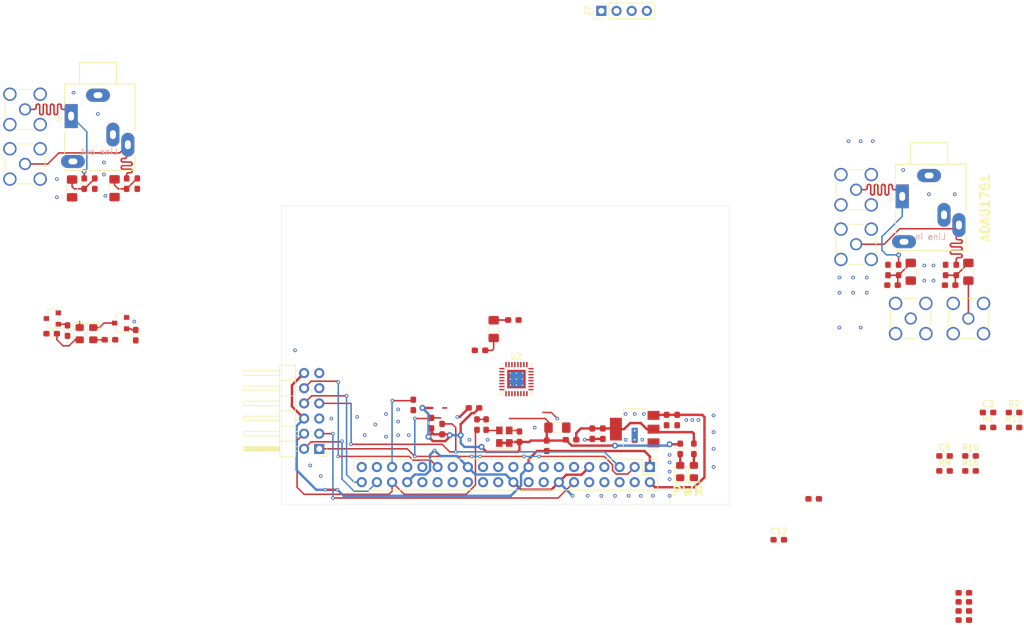
<source format=kicad_pcb>
(kicad_pcb (version 20171130) (host pcbnew "(5.1.9)-1")
  (layers (0 F.Cu signal) (31 B.Cu signal) (34 B.Paste user) (35 F.Paste user) (36 B.SilkS user) (37 F.SilkS user) (38 B.Mask user) (39 F.Mask user) (44 Edge.Cuts user))
  (net 0 "")
  (net 1 GND)
  (net 2 /3V3)
  (net 3 /I2S_RLCLK)
  (net 4 "Net-(C8-Pad1)")
  (net 5 "Net-(C13-Pad1)")
  (net 6 "Net-(C14-Pad1)")
  (net 7 "Net-(C16-Pad1)")
  (net 8 "Net-(C19-Pad1)")
  (net 9 /3V3_IN)
  (net 10 "Net-(J3-Pad1)")
  (net 11 "Net-(J4-Pad1)")
  (net 12 "Net-(J5-Pad1)")
  (net 13 "Net-(J6-Pad1)")
  (net 14 /MCLK)
  (net 15 /MCLK_IN)
  (net 16 /MCLK_OSC)
  (net 17 "Net-(R5-Pad1)")
  (net 18 /I2S_ADC)
  (net 19 /I2S_DAC)
  (net 20 "Net-(R6-Pad1)")
  (net 21 "Net-(R7-Pad1)")
  (net 22 /I2S_CLK)
  (net 23 "Net-(R8-Pad1)")
  (net 24 /I2C_SDA)
  (net 25 "Net-(U1-Pad4)")
  (net 26 /I2C_SCL)
  (net 27 "Net-(U1-Pad7)")
  (net 28 "Net-(U1-Pad8)")
  (net 29 "Net-(U1-Pad10)")
  (net 30 "Net-(U1-Pad11)")
  (net 31 "Net-(U1-Pad13)")
  (net 32 "Net-(U1-Pad15)")
  (net 33 "Net-(U1-Pad16)")
  (net 34 "Net-(U1-Pad18)")
  (net 35 "Net-(U1-Pad19)")
  (net 36 "Net-(U1-Pad21)")
  (net 37 "Net-(U1-Pad22)")
  (net 38 "Net-(U1-Pad23)")
  (net 39 "Net-(U1-Pad24)")
  (net 40 "Net-(U1-Pad26)")
  (net 41 "Net-(U1-Pad27)")
  (net 42 "Net-(U1-Pad28)")
  (net 43 "Net-(U1-Pad30)")
  (net 44 "Net-(U1-Pad32)")
  (net 45 "Net-(U1-Pad33)")
  (net 46 "Net-(U1-Pad37)")
  (net 47 "Net-(U2-Pad5)")
  (net 48 /A3V3)
  (net 49 /5V_IN)
  (net 50 "Net-(D1-Pad2)")
  (net 51 "Net-(D2-Pad2)")
  (net 52 "Net-(D3-Pad2)")
  (net 53 "Net-(D3-Pad1)")
  (net 54 "Net-(D4-Pad2)")
  (net 55 "Net-(D4-Pad1)")
  (net 56 /L-BLUE)
  (net 57 "Net-(Q2-Pad1)")
  (net 58 "Net-(Q3-Pad1)")
  (net 59 /L-GREEN)
  (net 60 /LHP)
  (net 61 /RHP)
  (net 62 /ADDR1)
  (net 63 "Net-(C3-Pad1)")
  (net 64 "Net-(C14-Pad2)")
  (net 65 "Net-(C19-Pad2)")
  (net 66 /RINPUT2)
  (net 67 /LINPUT2)
  (net 68 /RINPUT3)
  (net 69 /LINPUT3)
  (net 70 "Net-(U2-Pad30)")
  (net 71 "Net-(U2-Pad4)")
  (net 72 "Net-(U2-Pad1)")
  (net 73 /SPK_RN)
  (net 74 /SPK_RP)
  (net 75 /SPK_LN)
  (net 76 /SPK_LP)
  (module Oscillator:Oscillator_SMD_Abracon_ASE-4Pin_3.2x2.5mm (layer F.Cu) (at 177.292 89.662 90)
    (fp_text reference X1)
    (fp_text value "ASEMB-24.000MHZ-XY-T ")
    (pad 4 smd rect (at -1.05 -0.825 90) (size 1.3 1.1) (layers F.Cu F.Paste F.Mask) (net 2 /3V3))
    (pad 3 smd rect (at 1.05 -0.825 90) (size 1.3 1.1) (layers F.Cu F.Paste F.Mask) (net 16 /MCLK_OSC))
    (pad 2 smd rect (at 1.05 0.825 90) (size 1.3 1.1) (layers F.Cu F.Paste F.Mask) (net 1 GND))
    (pad 1 smd rect (at -1.05 0.825 90) (size 1.3 1.1) (layers F.Cu F.Paste F.Mask) (net 2 /3V3))
  )
  (module Connector_Coaxial:SMA_Amphenol_132134-11_Vertical (layer F.Cu) (at 97.028 34.798)
    (fp_text reference J3)
    (fp_text value "Line out left")
    (pad 2 thru_hole circle (at -2.54 2.54) (size 2.25 2.25) (drill 1.7) (layers *.Cu *.Mask) (net 1 GND))
    (pad 2 thru_hole circle (at -2.54 -2.54) (size 2.25 2.25) (drill 1.7) (layers *.Cu *.Mask) (net 1 GND))
    (pad 2 thru_hole circle (at 2.54 -2.54) (size 2.25 2.25) (drill 1.7) (layers *.Cu *.Mask) (net 1 GND))
    (pad 2 thru_hole circle (at 2.54 2.54) (size 2.25 2.25) (drill 1.7) (layers *.Cu *.Mask) (net 1 GND))
    (pad 1 thru_hole circle (at 0 0) (size 2.05 2.05) (drill 1.5) (layers *.Cu *.Mask) (net 10 "Net-(J3-Pad1)"))
  )
  (module Capacitor_SMD:C_1206_3216Metric_Pad1.42x1.75mm_HandSolder (layer F.Cu) (at 112.014 48.006 270)
    (fp_text reference C13)
    (fp_text value 220u)
    (pad 2 smd roundrect (at 1.4875 0 270) (size 1.425 1.75) (layers F.Cu F.Paste F.Mask) (roundrect_rratio 0.175439) (net 61 /RHP))
    (pad 1 smd roundrect (at -1.4875 0 270) (size 1.425 1.75) (layers F.Cu F.Paste F.Mask) (roundrect_rratio 0.175439) (net 5 "Net-(C13-Pad1)"))
  )
  (module Resistor_SMD:R_0603_1608Metric_Pad1.05x0.95mm_HandSolder (layer F.Cu) (at 174.244 87.63 270)
    (fp_text reference R4)
    (fp_text value 50R)
    (pad 2 smd roundrect (at 0.875 0 270) (size 1.05 0.95) (layers F.Cu F.Paste F.Mask) (net 16 /MCLK_OSC))
    (pad 1 smd roundrect (at -0.875 0 270) (size 1.05 0.95) (layers F.Cu F.Paste F.Mask) (net 14 /MCLK))
  )
  (module Connector_Coaxial:SMA_Amphenol_132134-11_Vertical (layer F.Cu) (at 236.22 48.26)
    (fp_text reference J6)
    (fp_text value "Line in left")
    (pad 2 thru_hole circle (at -2.54 2.54) (size 2.25 2.25) (drill 1.7) (layers *.Cu *.Mask) (net 1 GND))
    (pad 2 thru_hole circle (at -2.54 -2.54) (size 2.25 2.25) (drill 1.7) (layers *.Cu *.Mask) (net 1 GND))
    (pad 2 thru_hole circle (at 2.54 -2.54) (size 2.25 2.25) (drill 1.7) (layers *.Cu *.Mask) (net 1 GND))
    (pad 2 thru_hole circle (at 2.54 2.54) (size 2.25 2.25) (drill 1.7) (layers *.Cu *.Mask) (net 1 GND))
    (pad 1 thru_hole circle (at 0 0) (size 2.05 2.05) (drill 1.5) (layers *.Cu *.Mask) (net 13 "Net-(J6-Pad1)"))
  )
  (module Capacitor_SMD:C_1206_3216Metric_Pad1.42x1.75mm_HandSolder (layer F.Cu) (at 186.182 88.138)
    (fp_text reference C6)
    (fp_text value 10u)
    (pad 2 smd roundrect (at 1.4875 0) (size 1.425 1.75) (layers F.Cu F.Paste F.Mask) (roundrect_rratio 0.175439) (net 1 GND))
    (pad 1 smd roundrect (at -1.4875 0) (size 1.425 1.75) (layers F.Cu F.Paste F.Mask) (roundrect_rratio 0.175439) (net 2 /3V3))
  )
  (module Capacitor_SMD:C_0603_1608Metric_Pad1.05x0.95mm_HandSolder (layer F.Cu) (at 178.816 70.104)
    (fp_text reference C8)
    (fp_text value 9p1)
    (pad 2 smd roundrect (at 0.875 0) (size 1.05 0.95) (layers F.Cu F.Paste F.Mask) (net 1 GND))
    (pad 1 smd roundrect (at -0.875 0) (size 1.05 0.95) (layers F.Cu F.Paste F.Mask) (net 4 "Net-(C8-Pad1)"))
  )
  (module Resistor_SMD:R_0603_1608Metric_Pad1.05x0.95mm_HandSolder (layer F.Cu) (at 108.712 47.244 90)
    (fp_text reference R15)
    (fp_text value 10k)
    (pad 2 smd roundrect (at 0.875 0 90) (size 1.05 0.95) (layers F.Cu F.Paste F.Mask) (net 7 "Net-(C16-Pad1)"))
    (pad 1 smd roundrect (at -0.875 0 90) (size 1.05 0.95) (layers F.Cu F.Paste F.Mask) (net 1 GND))
  )
  (module myfootprints:Jack_3.5mm_Ledino_KB3SPRS_Horizontal (layer F.Cu) (at 104.648 36.322 270)
    (fp_text reference J8)
    (fp_text value "Line out")
    (pad S thru_hole oval (at -3.9 -4.6 270) (size 2.2 4) (drill oval 1 1.5) (layers *.Cu *.Mask) (net 1 GND))
    (pad R thru_hole oval (at 4.4 -9.6 270) (size 4 2.2) (drill oval 1.5 1) (layers *.Cu *.Mask) (net 11 "Net-(J4-Pad1)"))
    (pad RN thru_hole oval (at 2.7 -7.1 270) (size 4 2.2) (drill oval 1.5 1) (layers *.Cu *.Mask))
    (pad TN thru_hole oval (at 7.2 -0.4) (size 4 2.2) (drill oval 1.5 1) (layers *.Cu *.Mask))
    (pad T thru_hole rect (at -0.4 -0.1 270) (size 4 2.2) (drill oval 1.5 1) (layers *.Cu *.Mask) (net 10 "Net-(J3-Pad1)"))
  )
  (module Resistor_SMD:R_0603_1608Metric_Pad1.05x0.95mm_HandSolder (layer F.Cu) (at 114.046 47.244 270)
    (fp_text reference R19)
    (fp_text value 100R)
    (pad 2 smd roundrect (at 0.875 0 270) (size 1.05 0.95) (layers F.Cu F.Paste F.Mask) (net 5 "Net-(C13-Pad1)"))
    (pad 1 smd roundrect (at -0.875 0 270) (size 1.05 0.95) (layers F.Cu F.Paste F.Mask) (net 11 "Net-(J4-Pad1)"))
  )
  (module Resistor_SMD:R_0603_1608Metric_Pad1.05x0.95mm_HandSolder (layer F.Cu) (at 252.984 61.722 270)
    (fp_text reference R21)
    (fp_text value 100R)
    (pad 2 smd roundrect (at 0.875 0 270) (size 1.05 0.95) (layers F.Cu F.Paste F.Mask) (net 8 "Net-(C19-Pad1)"))
    (pad 1 smd roundrect (at -0.875 0 270) (size 1.05 0.95) (layers F.Cu F.Paste F.Mask) (net 12 "Net-(J5-Pad1)"))
  )
  (module Resistor_SMD:R_0603_1608Metric_Pad1.05x0.95mm_HandSolder (layer F.Cu) (at 254.254 117.348 180)
    (fp_text reference R6)
    (fp_text value 10R)
    (pad 2 smd roundrect (at 0.875 0 180) (size 1.05 0.95) (layers F.Cu F.Paste F.Mask) (net 19 /I2S_DAC))
    (pad 1 smd roundrect (at -0.875 0 180) (size 1.05 0.95) (layers F.Cu F.Paste F.Mask) (net 20 "Net-(R6-Pad1)"))
  )
  (module Capacitor_SMD:C_0603_1608Metric_Pad1.05x0.95mm_HandSolder (layer F.Cu) (at 173.228 75.184)
    (fp_text reference C11)
    (fp_text value 100n)
    (pad 1 smd roundrect (at -0.875 0) (size 1.05 0.95) (layers F.Cu F.Paste F.Mask) (net 1 GND))
    (pad 2 smd roundrect (at 0.875 0) (size 1.05 0.95) (layers F.Cu F.Paste F.Mask) (net 48 /A3V3))
  )
  (module Connector_Coaxial:SMA_Amphenol_132134-11_Vertical (layer F.Cu) (at 97.028 43.942)
    (fp_text reference J4)
    (fp_text value "Line out right")
    (pad 2 thru_hole circle (at -2.54 2.54) (size 2.25 2.25) (drill 1.7) (layers *.Cu *.Mask) (net 1 GND))
    (pad 2 thru_hole circle (at -2.54 -2.54) (size 2.25 2.25) (drill 1.7) (layers *.Cu *.Mask) (net 1 GND))
    (pad 2 thru_hole circle (at 2.54 -2.54) (size 2.25 2.25) (drill 1.7) (layers *.Cu *.Mask) (net 1 GND))
    (pad 2 thru_hole circle (at 2.54 2.54) (size 2.25 2.25) (drill 1.7) (layers *.Cu *.Mask) (net 1 GND))
    (pad 1 thru_hole circle (at 0 0) (size 2.05 2.05) (drill 1.5) (layers *.Cu *.Mask) (net 11 "Net-(J4-Pad1)"))
  )
  (module Resistor_SMD:R_0603_1608Metric_Pad1.05x0.95mm_HandSolder (layer F.Cu) (at 172.72 87.63 270)
    (fp_text reference R3)
    (fp_text value 50R)
    (pad 2 smd roundrect (at 0.875 0 270) (size 1.05 0.95) (layers F.Cu F.Paste F.Mask) (net 15 /MCLK_IN))
    (pad 1 smd roundrect (at -0.875 0 270) (size 1.05 0.95) (layers F.Cu F.Paste F.Mask) (net 14 /MCLK))
  )
  (module Capacitor_SMD:C_0603_1608Metric_Pad1.05x0.95mm_HandSolder (layer F.Cu) (at 172.212 84.836)
    (fp_text reference C4)
    (fp_text value 100n)
    (pad 2 smd roundrect (at 0.875 0) (size 1.05 0.95) (layers F.Cu F.Paste F.Mask) (net 2 /3V3))
    (pad 1 smd roundrect (at -0.875 0) (size 1.05 0.95) (layers F.Cu F.Paste F.Mask) (net 1 GND))
  )
  (module Connector_Coaxial:SMA_Amphenol_132134-11_Vertical (layer F.Cu) (at 236.22 57.404)
    (fp_text reference J5)
    (fp_text value "Line in right")
    (pad 2 thru_hole circle (at -2.54 2.54) (size 2.25 2.25) (drill 1.7) (layers *.Cu *.Mask) (net 1 GND))
    (pad 2 thru_hole circle (at -2.54 -2.54) (size 2.25 2.25) (drill 1.7) (layers *.Cu *.Mask) (net 1 GND))
    (pad 2 thru_hole circle (at 2.54 -2.54) (size 2.25 2.25) (drill 1.7) (layers *.Cu *.Mask) (net 1 GND))
    (pad 2 thru_hole circle (at 2.54 2.54) (size 2.25 2.25) (drill 1.7) (layers *.Cu *.Mask) (net 1 GND))
    (pad 1 thru_hole circle (at 0 0) (size 2.05 2.05) (drill 1.5) (layers *.Cu *.Mask) (net 12 "Net-(J5-Pad1)"))
  )
  (module Inductor_SMD:L_0603_1608Metric_Pad1.05x0.95mm_HandSolder (layer F.Cu) (at 184.404 91.186 270)
    (fp_text reference FB1)
    (fp_text value Ferrite_Bead)
    (pad 2 smd roundrect (at 0.875 0 270) (size 1.05 0.95) (layers F.Cu F.Paste F.Mask) (net 9 /3V3_IN))
    (pad 1 smd roundrect (at -0.875 0 270) (size 1.05 0.95) (layers F.Cu F.Paste F.Mask) (net 2 /3V3))
  )
  (module Resistor_SMD:R_0603_1608Metric_Pad1.05x0.95mm_HandSolder (layer F.Cu) (at 254.254 115.824 180)
    (fp_text reference R5)
    (fp_text value 10R)
    (pad 2 smd roundrect (at 0.875 0 180) (size 1.05 0.95) (layers F.Cu F.Paste F.Mask) (net 18 /I2S_ADC))
    (pad 1 smd roundrect (at -0.875 0 180) (size 1.05 0.95) (layers F.Cu F.Paste F.Mask) (net 17 "Net-(R5-Pad1)"))
  )
  (module Capacitor_SMD:C_0603_1608Metric_Pad1.05x0.95mm_HandSolder (layer F.Cu) (at 251.206 61.722 90)
    (fp_text reference C20)
    (fp_text value 100n)
    (pad 2 smd roundrect (at 0.875 0 90) (size 1.05 0.95) (layers F.Cu F.Paste F.Mask) (net 1 GND))
    (pad 1 smd roundrect (at -0.875 0 90) (size 1.05 0.95) (layers F.Cu F.Paste F.Mask) (net 8 "Net-(C19-Pad1)"))
  )
  (module Capacitor_SMD:C_0603_1608Metric_Pad1.05x0.95mm_HandSolder (layer F.Cu) (at 241.554 61.722 90)
    (fp_text reference C15)
    (fp_text value 100n)
    (pad 2 smd roundrect (at 0.875 0 90) (size 1.05 0.95) (layers F.Cu F.Paste F.Mask) (net 1 GND))
    (pad 1 smd roundrect (at -0.875 0 90) (size 1.05 0.95) (layers F.Cu F.Paste F.Mask) (net 6 "Net-(C14-Pad1)"))
  )
  (module Resistor_SMD:R_0603_1608Metric_Pad1.05x0.95mm_HandSolder (layer F.Cu) (at 254.254 118.872 180)
    (fp_text reference R7)
    (fp_text value 10R)
    (pad 2 smd roundrect (at 0.875 0 180) (size 1.05 0.95) (layers F.Cu F.Paste F.Mask) (net 22 /I2S_CLK))
    (pad 1 smd roundrect (at -0.875 0 180) (size 1.05 0.95) (layers F.Cu F.Paste F.Mask) (net 21 "Net-(R7-Pad1)"))
  )
  (module Capacitor_SMD:C_1206_3216Metric_Pad1.42x1.75mm_HandSolder (layer F.Cu) (at 245.364 62.0125 270)
    (fp_text reference C14)
    (fp_text value 220u)
    (pad 2 smd roundrect (at 1.4875 0 270) (size 1.425 1.75) (layers F.Cu F.Paste F.Mask) (roundrect_rratio 0.175439) (net 64 "Net-(C14-Pad2)"))
    (pad 1 smd roundrect (at -1.4875 0 270) (size 1.425 1.75) (layers F.Cu F.Paste F.Mask) (roundrect_rratio 0.175439) (net 6 "Net-(C14-Pad1)"))
  )
  (module Resistor_SMD:R_0603_1608Metric_Pad1.05x0.95mm_HandSolder (layer F.Cu) (at 254.254 120.396 180)
    (fp_text reference R8)
    (fp_text value 10R)
    (pad 2 smd roundrect (at 0.875 0 180) (size 1.05 0.95) (layers F.Cu F.Paste F.Mask) (net 3 /I2S_RLCLK))
    (pad 1 smd roundrect (at -0.875 0 180) (size 1.05 0.95) (layers F.Cu F.Paste F.Mask) (net 23 "Net-(R8-Pad1)"))
  )
  (module Connector_Coaxial:SMA_Amphenol_132134-11_Vertical (layer F.Cu) (at 255.016 69.85)
    (fp_text reference J2)
    (fp_text value "Line in left filter")
    (pad 2 thru_hole circle (at -2.54 2.54) (size 2.25 2.25) (drill 1.7) (layers *.Cu *.Mask) (net 1 GND))
    (pad 2 thru_hole circle (at -2.54 -2.54) (size 2.25 2.25) (drill 1.7) (layers *.Cu *.Mask) (net 1 GND))
    (pad 2 thru_hole circle (at 2.54 -2.54) (size 2.25 2.25) (drill 1.7) (layers *.Cu *.Mask) (net 1 GND))
    (pad 2 thru_hole circle (at 2.54 2.54) (size 2.25 2.25) (drill 1.7) (layers *.Cu *.Mask) (net 1 GND))
    (pad 1 thru_hole circle (at 0 0) (size 2.05 2.05) (drill 1.5) (layers *.Cu *.Mask) (net 65 "Net-(C19-Pad2)"))
  )
  (module Inductor_SMD:L_1206_3216Metric_Pad1.42x1.75mm_HandSolder (layer F.Cu) (at 175.514 71.628 90)
    (fp_text reference L1)
    (fp_text value L)
    (pad 2 smd roundrect (at 1.4875 0 90) (size 1.425 1.75) (layers F.Cu F.Paste F.Mask) (roundrect_rratio 0.175439) (net 4 "Net-(C8-Pad1)"))
    (pad 1 smd roundrect (at -1.4875 0 90) (size 1.425 1.75) (layers F.Cu F.Paste F.Mask) (roundrect_rratio 0.175439) (net 48 /A3V3))
  )
  (module Capacitor_SMD:C_0603_1608Metric_Pad1.05x0.95mm_HandSolder (layer F.Cu) (at 162.052 84.328 270)
    (fp_text reference C2)
    (fp_text value 47p)
    (pad 2 smd roundrect (at 0.875 0 270) (size 1.05 0.95) (layers F.Cu F.Paste F.Mask) (net 1 GND))
    (pad 1 smd roundrect (at -0.875 0 270) (size 1.05 0.95) (layers F.Cu F.Paste F.Mask) (net 3 /I2S_RLCLK))
  )
  (module Capacitor_SMD:C_1206_3216Metric_Pad1.42x1.75mm_HandSolder (layer F.Cu) (at 104.902 48.0425 270)
    (fp_text reference C16)
    (fp_text value 220u)
    (pad 2 smd roundrect (at 1.4875 0 270) (size 1.425 1.75) (layers F.Cu F.Paste F.Mask) (roundrect_rratio 0.175439) (net 60 /LHP))
    (pad 1 smd roundrect (at -1.4875 0 270) (size 1.425 1.75) (layers F.Cu F.Paste F.Mask) (roundrect_rratio 0.175439) (net 7 "Net-(C16-Pad1)"))
  )
  (module Capacitor_SMD:C_1206_3216Metric_Pad1.42x1.75mm_HandSolder (layer F.Cu) (at 255.016 62.0125 270)
    (fp_text reference C19)
    (fp_text value 220u)
    (pad 2 smd roundrect (at 1.4875 0 270) (size 1.425 1.75) (layers F.Cu F.Paste F.Mask) (roundrect_rratio 0.175439) (net 65 "Net-(C19-Pad2)"))
    (pad 1 smd roundrect (at -1.4875 0 270) (size 1.425 1.75) (layers F.Cu F.Paste F.Mask) (roundrect_rratio 0.175439) (net 8 "Net-(C19-Pad1)"))
  )
  (module myfootprints:Jack_3.5mm_Ledino_KB3SPRS_Horizontal (layer F.Cu) (at 243.84 49.784 270)
    (fp_text reference J9)
    (fp_text value "Line in")
    (pad S thru_hole oval (at -3.9 -4.6 270) (size 2.2 4) (drill oval 1 1.5) (layers *.Cu *.Mask) (net 1 GND))
    (pad R thru_hole oval (at 4.4 -9.6 270) (size 4 2.2) (drill oval 1.5 1) (layers *.Cu *.Mask) (net 12 "Net-(J5-Pad1)"))
    (pad RN thru_hole oval (at 2.7 -7.1 270) (size 4 2.2) (drill oval 1.5 1) (layers *.Cu *.Mask))
    (pad TN thru_hole oval (at 7.2 -0.4) (size 4 2.2) (drill oval 1.5 1) (layers *.Cu *.Mask))
    (pad T thru_hole rect (at -0.4 -0.1 270) (size 4 2.2) (drill oval 1.5 1) (layers *.Cu *.Mask) (net 13 "Net-(J6-Pad1)"))
  )
  (module Resistor_SMD:R_0603_1608Metric_Pad1.05x0.95mm_HandSolder (layer F.Cu) (at 242.316 64.262)
    (fp_text reference R12)
    (fp_text value 200k)
    (pad 2 smd roundrect (at 0.875 0) (size 1.05 0.95) (layers F.Cu F.Paste F.Mask) (net 6 "Net-(C14-Pad1)"))
    (pad 1 smd roundrect (at -0.875 0) (size 1.05 0.95) (layers F.Cu F.Paste F.Mask) (net 1 GND))
  )
  (module Resistor_SMD:R_0603_1608Metric_Pad1.05x0.95mm_HandSolder (layer F.Cu) (at 115.824 47.244 90)
    (fp_text reference R13)
    (fp_text value 10k)
    (pad 2 smd roundrect (at 0.875 0 90) (size 1.05 0.95) (layers F.Cu F.Paste F.Mask) (net 5 "Net-(C13-Pad1)"))
    (pad 1 smd roundrect (at -0.875 0 90) (size 1.05 0.95) (layers F.Cu F.Paste F.Mask) (net 1 GND))
  )
  (module Resistor_SMD:R_0603_1608Metric_Pad1.05x0.95mm_HandSolder (layer F.Cu) (at 251.968 64.262)
    (fp_text reference R14)
    (fp_text value 200k)
    (pad 2 smd roundrect (at 0.875 0) (size 1.05 0.95) (layers F.Cu F.Paste F.Mask) (net 8 "Net-(C19-Pad1)"))
    (pad 1 smd roundrect (at -0.875 0) (size 1.05 0.95) (layers F.Cu F.Paste F.Mask) (net 1 GND))
  )
  (module Resistor_SMD:R_0603_1608Metric_Pad1.05x0.95mm_HandSolder (layer F.Cu) (at 106.934 47.244 270)
    (fp_text reference R18)
    (fp_text value 100R)
    (pad 2 smd roundrect (at 0.875 0 270) (size 1.05 0.95) (layers F.Cu F.Paste F.Mask) (net 7 "Net-(C16-Pad1)"))
    (pad 1 smd roundrect (at -0.875 0 270) (size 1.05 0.95) (layers F.Cu F.Paste F.Mask) (net 10 "Net-(J3-Pad1)"))
  )
  (module Resistor_SMD:R_0603_1608Metric_Pad1.05x0.95mm_HandSolder (layer F.Cu) (at 243.332 61.722 270)
    (fp_text reference R22)
    (fp_text value 100R)
    (pad 2 smd roundrect (at 0.875 0 270) (size 1.05 0.95) (layers F.Cu F.Paste F.Mask) (net 6 "Net-(C14-Pad1)"))
    (pad 1 smd roundrect (at -0.875 0 270) (size 1.05 0.95) (layers F.Cu F.Paste F.Mask) (net 13 "Net-(J6-Pad1)"))
  )
  (module Connector_PinHeader_2.54mm:PinHeader_2x20_P2.54mm_Vertical (layer F.Cu) (at 201.676 94.742 270)
    (fp_text reference U1)
    (fp_text value "RaspberryPI 4 Header")
    (pad 40 thru_hole oval (at 2.54 48.26 270) (size 1.7 1.7) (drill 1) (layers *.Cu *.Mask) (net 19 /I2S_DAC))
    (pad 39 thru_hole oval (at 0 48.26 270) (size 1.7 1.7) (drill 1) (layers *.Cu *.Mask) (net 1 GND))
    (pad 38 thru_hole oval (at 2.54 45.72 270) (size 1.7 1.7) (drill 1) (layers *.Cu *.Mask) (net 18 /I2S_ADC))
    (pad 37 thru_hole oval (at 0 45.72 270) (size 1.7 1.7) (drill 1) (layers *.Cu *.Mask) (net 46 "Net-(U1-Pad37)"))
    (pad 36 thru_hole oval (at 2.54 43.18 270) (size 1.7 1.7) (drill 1) (layers *.Cu *.Mask) (net 15 /MCLK_IN))
    (pad 35 thru_hole oval (at 0 43.18 270) (size 1.7 1.7) (drill 1) (layers *.Cu *.Mask) (net 3 /I2S_RLCLK))
    (pad 34 thru_hole oval (at 2.54 40.64 270) (size 1.7 1.7) (drill 1) (layers *.Cu *.Mask) (net 1 GND))
    (pad 33 thru_hole oval (at 0 40.64 270) (size 1.7 1.7) (drill 1) (layers *.Cu *.Mask) (net 45 "Net-(U1-Pad33)"))
    (pad 32 thru_hole oval (at 2.54 38.1 270) (size 1.7 1.7) (drill 1) (layers *.Cu *.Mask) (net 44 "Net-(U1-Pad32)"))
    (pad 31 thru_hole oval (at 0 38.1 270) (size 1.7 1.7) (drill 1) (layers *.Cu *.Mask) (net 59 /L-GREEN))
    (pad 30 thru_hole oval (at 2.54 35.56 270) (size 1.7 1.7) (drill 1) (layers *.Cu *.Mask) (net 43 "Net-(U1-Pad30)"))
    (pad 29 thru_hole oval (at 0 35.56 270) (size 1.7 1.7) (drill 1) (layers *.Cu *.Mask) (net 56 /L-BLUE))
    (pad 28 thru_hole oval (at 2.54 33.02 270) (size 1.7 1.7) (drill 1) (layers *.Cu *.Mask) (net 42 "Net-(U1-Pad28)"))
    (pad 27 thru_hole oval (at 0 33.02 270) (size 1.7 1.7) (drill 1) (layers *.Cu *.Mask) (net 41 "Net-(U1-Pad27)"))
    (pad 26 thru_hole oval (at 2.54 30.48 270) (size 1.7 1.7) (drill 1) (layers *.Cu *.Mask) (net 40 "Net-(U1-Pad26)"))
    (pad 25 thru_hole oval (at 0 30.48 270) (size 1.7 1.7) (drill 1) (layers *.Cu *.Mask) (net 1 GND))
    (pad 24 thru_hole oval (at 2.54 27.94 270) (size 1.7 1.7) (drill 1) (layers *.Cu *.Mask) (net 39 "Net-(U1-Pad24)"))
    (pad 23 thru_hole oval (at 0 27.94 270) (size 1.7 1.7) (drill 1) (layers *.Cu *.Mask) (net 38 "Net-(U1-Pad23)"))
    (pad 22 thru_hole oval (at 2.54 25.4 270) (size 1.7 1.7) (drill 1) (layers *.Cu *.Mask) (net 37 "Net-(U1-Pad22)"))
    (pad 21 thru_hole oval (at 0 25.4 270) (size 1.7 1.7) (drill 1) (layers *.Cu *.Mask) (net 36 "Net-(U1-Pad21)"))
    (pad 20 thru_hole oval (at 2.54 22.86 270) (size 1.7 1.7) (drill 1) (layers *.Cu *.Mask) (net 1 GND))
    (pad 19 thru_hole oval (at 0 22.86 270) (size 1.7 1.7) (drill 1) (layers *.Cu *.Mask) (net 35 "Net-(U1-Pad19)"))
    (pad 18 thru_hole oval (at 2.54 20.32 270) (size 1.7 1.7) (drill 1) (layers *.Cu *.Mask) (net 34 "Net-(U1-Pad18)"))
    (pad 17 thru_hole oval (at 0 20.32 270) (size 1.7 1.7) (drill 1) (layers *.Cu *.Mask) (net 9 /3V3_IN))
    (pad 16 thru_hole oval (at 2.54 17.78 270) (size 1.7 1.7) (drill 1) (layers *.Cu *.Mask) (net 33 "Net-(U1-Pad16)"))
    (pad 15 thru_hole oval (at 0 17.78 270) (size 1.7 1.7) (drill 1) (layers *.Cu *.Mask) (net 32 "Net-(U1-Pad15)"))
    (pad 14 thru_hole oval (at 2.54 15.24 270) (size 1.7 1.7) (drill 1) (layers *.Cu *.Mask) (net 1 GND))
    (pad 13 thru_hole oval (at 0 15.24 270) (size 1.7 1.7) (drill 1) (layers *.Cu *.Mask) (net 31 "Net-(U1-Pad13)"))
    (pad 12 thru_hole oval (at 2.54 12.7 270) (size 1.7 1.7) (drill 1) (layers *.Cu *.Mask) (net 22 /I2S_CLK))
    (pad 11 thru_hole oval (at 0 12.7 270) (size 1.7 1.7) (drill 1) (layers *.Cu *.Mask) (net 30 "Net-(U1-Pad11)"))
    (pad 10 thru_hole oval (at 2.54 10.16 270) (size 1.7 1.7) (drill 1) (layers *.Cu *.Mask) (net 29 "Net-(U1-Pad10)"))
    (pad 9 thru_hole oval (at 0 10.16 270) (size 1.7 1.7) (drill 1) (layers *.Cu *.Mask) (net 1 GND))
    (pad 8 thru_hole oval (at 2.54 7.62 270) (size 1.7 1.7) (drill 1) (layers *.Cu *.Mask) (net 28 "Net-(U1-Pad8)"))
    (pad 7 thru_hole oval (at 0 7.62 270) (size 1.7 1.7) (drill 1) (layers *.Cu *.Mask) (net 27 "Net-(U1-Pad7)"))
    (pad 6 thru_hole oval (at 2.54 5.08 270) (size 1.7 1.7) (drill 1) (layers *.Cu *.Mask) (net 1 GND))
    (pad 5 thru_hole oval (at 0 5.08 270) (size 1.7 1.7) (drill 1) (layers *.Cu *.Mask) (net 26 /I2C_SCL))
    (pad 4 thru_hole oval (at 2.54 2.54 270) (size 1.7 1.7) (drill 1) (layers *.Cu *.Mask) (net 25 "Net-(U1-Pad4)"))
    (pad 3 thru_hole oval (at 0 2.54 270) (size 1.7 1.7) (drill 1) (layers *.Cu *.Mask) (net 24 /I2C_SDA))
    (pad 2 thru_hole oval (at 2.54 0 270) (size 1.7 1.7) (drill 1) (layers *.Cu *.Mask) (net 49 /5V_IN))
    (pad 1 thru_hole rect (at 0 0 270) (size 1.7 1.7) (drill 1) (layers *.Cu *.Mask) (net 9 /3V3_IN))
  )
  (module Connector_PinHeader_2.54mm:PinHeader_1x04_P2.54mm_Vertical (layer F.Cu) (at 193.548 18.288 90)
    (fp_text reference J7 (at 0 -2.33 90) (layer F.SilkS))
    (fp_text value Conn_01x04)
    (pad 4 thru_hole oval (at 0 7.62 90) (size 1.7 1.7) (drill 1) (layers *.Cu *.Mask) (net 73 /SPK_RN))
    (pad 3 thru_hole oval (at 0 5.08 90) (size 1.7 1.7) (drill 1) (layers *.Cu *.Mask) (net 74 /SPK_RP))
    (pad 2 thru_hole oval (at 0 2.54 90) (size 1.7 1.7) (drill 1) (layers *.Cu *.Mask) (net 75 /SPK_LN))
    (pad 1 thru_hole rect (at 0 0 90) (size 1.7 1.7) (drill 1) (layers *.Cu *.Mask) (net 76 /SPK_LP))
  )
  (module Capacitor_SMD:C_0603_1608Metric_Pad1.05x0.95mm_HandSolder (layer F.Cu) (at 223.266 106.934)
    (fp_text reference C12 (at 0 -1.43) (layer F.SilkS))
    (fp_text value 4u7)
    (pad 2 smd roundrect (at 0.875 0) (size 1.05 0.95) (layers F.Cu F.Paste F.Mask) (net 1 GND))
    (pad 1 smd roundrect (at -0.875 0) (size 1.05 0.95) (layers F.Cu F.Paste F.Mask) (net 48 /A3V3))
  )
  (module Package_DFN_QFN:QFN-32-1EP_5x5mm_P0.5mm_EP3.1x3.1mm_ThermalVias (layer F.Cu) (at 179.324 80.01)
    (fp_text reference U2 (at 0 -3.82) (layer F.SilkS))
    (fp_text value WM8960)
    (pad 1 smd roundrect (at -2.4375 -1.75) (size 0.875 0.25) (layers F.Cu F.Paste F.Mask) (net 72 "Net-(U2-Pad1)"))
    (pad 2 smd roundrect (at -2.4375 -1.25) (size 0.875 0.25) (layers F.Cu F.Paste F.Mask) (net 69 /LINPUT3))
    (pad 3 smd roundrect (at -2.4375 -0.75) (size 0.875 0.25) (layers F.Cu F.Paste F.Mask) (net 67 /LINPUT2))
    (pad 4 smd roundrect (at -2.4375 -0.25) (size 0.875 0.25) (layers F.Cu F.Paste F.Mask) (net 71 "Net-(U2-Pad4)"))
    (pad 5 smd roundrect (at -2.4375 0.25) (size 0.875 0.25) (layers F.Cu F.Paste F.Mask) (net 47 "Net-(U2-Pad5)"))
    (pad 6 smd roundrect (at -2.4375 0.75) (size 0.875 0.25) (layers F.Cu F.Paste F.Mask) (net 66 /RINPUT2))
    (pad 7 smd roundrect (at -2.4375 1.25) (size 0.875 0.25) (layers F.Cu F.Paste F.Mask) (net 68 /RINPUT3))
    (pad 8 smd roundrect (at -2.4375 1.75) (size 0.875 0.25) (layers F.Cu F.Paste F.Mask) (net 2 /3V3))
    (pad 9 smd roundrect (at -1.75 2.4375) (size 0.25 0.875) (layers F.Cu F.Paste F.Mask) (net 1 GND))
    (pad 10 smd roundrect (at -1.25 2.4375) (size 0.25 0.875) (layers F.Cu F.Paste F.Mask) (net 2 /3V3))
    (pad 11 smd roundrect (at -0.75 2.4375) (size 0.25 0.875) (layers F.Cu F.Paste F.Mask) (net 14 /MCLK))
    (pad 12 smd roundrect (at -0.25 2.4375) (size 0.25 0.875) (layers F.Cu F.Paste F.Mask) (net 21 "Net-(R7-Pad1)"))
    (pad 13 smd roundrect (at 0.25 2.4375) (size 0.25 0.875) (layers F.Cu F.Paste F.Mask) (net 23 "Net-(R8-Pad1)"))
    (pad 14 smd roundrect (at 0.75 2.4375) (size 0.25 0.875) (layers F.Cu F.Paste F.Mask) (net 20 "Net-(R6-Pad1)"))
    (pad 15 smd roundrect (at 1.25 2.4375) (size 0.25 0.875) (layers F.Cu F.Paste F.Mask) (net 23 "Net-(R8-Pad1)"))
    (pad 16 smd roundrect (at 1.75 2.4375) (size 0.25 0.875) (layers F.Cu F.Paste F.Mask) (net 17 "Net-(R5-Pad1)"))
    (pad 17 smd roundrect (at 2.4375 1.75) (size 0.875 0.25) (layers F.Cu F.Paste F.Mask) (net 26 /I2C_SCL))
    (pad 18 smd roundrect (at 2.4375 1.25) (size 0.875 0.25) (layers F.Cu F.Paste F.Mask) (net 24 /I2C_SDA))
    (pad 19 smd roundrect (at 2.4375 0.75) (size 0.875 0.25) (layers F.Cu F.Paste F.Mask) (net 73 /SPK_RN))
    (pad 20 smd roundrect (at 2.4375 0.25) (size 0.875 0.25) (layers F.Cu F.Paste F.Mask) (net 1 GND))
    (pad 21 smd roundrect (at 2.4375 -0.25) (size 0.875 0.25) (layers F.Cu F.Paste F.Mask) (net 48 /A3V3))
    (pad 22 smd roundrect (at 2.4375 -0.75) (size 0.875 0.25) (layers F.Cu F.Paste F.Mask) (net 74 /SPK_RP))
    (pad 23 smd roundrect (at 2.4375 -1.25) (size 0.875 0.25) (layers F.Cu F.Paste F.Mask) (net 75 /SPK_LN))
    (pad 24 smd roundrect (at 2.4375 -1.75) (size 0.875 0.25) (layers F.Cu F.Paste F.Mask) (net 1 GND))
    (pad 25 smd roundrect (at 1.75 -2.4375) (size 0.25 0.875) (layers F.Cu F.Paste F.Mask) (net 76 /SPK_LP))
    (pad 26 smd roundrect (at 1.25 -2.4375) (size 0.25 0.875) (layers F.Cu F.Paste F.Mask) (net 48 /A3V3))
    (pad 27 smd roundrect (at 0.75 -2.4375) (size 0.25 0.875) (layers F.Cu F.Paste F.Mask) (net 63 "Net-(C3-Pad1)"))
    (pad 28 smd roundrect (at 0.25 -2.4375) (size 0.25 0.875) (layers F.Cu F.Paste F.Mask) (net 1 GND))
    (pad 29 smd roundrect (at -0.25 -2.4375) (size 0.25 0.875) (layers F.Cu F.Paste F.Mask) (net 61 /RHP))
    (pad 30 smd roundrect (at -0.75 -2.4375) (size 0.25 0.875) (layers F.Cu F.Paste F.Mask) (net 70 "Net-(U2-Pad30)"))
    (pad 31 smd roundrect (at -1.25 -2.4375) (size 0.25 0.875) (layers F.Cu F.Paste F.Mask) (net 60 /LHP))
    (pad 32 smd roundrect (at -1.75 -2.4375) (size 0.25 0.875) (layers F.Cu F.Paste F.Mask) (net 48 /A3V3))
    (pad 33 smd rect (at 0 0) (size 3.1 3.1) (layers F.Cu F.Mask) (net 1 GND))
    (pad 33 thru_hole circle (at -1 -1) (size 0.5 0.5) (drill 0.2) (layers *.Cu) (net 1 GND))
    (pad 33 thru_hole circle (at 0 -1) (size 0.5 0.5) (drill 0.2) (layers *.Cu) (net 1 GND))
    (pad 33 thru_hole circle (at 1 -1) (size 0.5 0.5) (drill 0.2) (layers *.Cu) (net 1 GND))
    (pad 33 thru_hole circle (at -1 0) (size 0.5 0.5) (drill 0.2) (layers *.Cu) (net 1 GND))
    (pad 33 thru_hole circle (at 0 0) (size 0.5 0.5) (drill 0.2) (layers *.Cu) (net 1 GND))
    (pad 33 thru_hole circle (at 1 0) (size 0.5 0.5) (drill 0.2) (layers *.Cu) (net 1 GND))
    (pad 33 thru_hole circle (at -1 1) (size 0.5 0.5) (drill 0.2) (layers *.Cu) (net 1 GND))
    (pad 33 thru_hole circle (at 0 1) (size 0.5 0.5) (drill 0.2) (layers *.Cu) (net 1 GND))
    (pad 33 thru_hole circle (at 1 1) (size 0.5 0.5) (drill 0.2) (layers *.Cu) (net 1 GND))
    (pad 33 smd rect (at 0 0) (size 2.5 2.5) (layers B.Cu) (net 1 GND))
  )
  (module Capacitor_SMD:C_0603_1608Metric_Pad1.05x0.95mm_HandSolder (layer F.Cu) (at 179.832 89.662 270)
    (fp_text reference C1)
    (fp_text value 100n)
    (pad 2 smd roundrect (at 0.875 0 270) (size 1.05 0.95) (layers F.Cu F.Paste F.Mask) (net 2 /3V3))
    (pad 1 smd roundrect (at -0.875 0 270) (size 1.05 0.95) (layers F.Cu F.Paste F.Mask) (net 1 GND))
  )
  (module Connector_Coaxial:SMA_Amphenol_132134-11_Vertical (layer F.Cu) (at 245.364 69.85)
    (fp_text reference J1)
    (fp_text value "Line in right filter")
    (pad 2 thru_hole circle (at -2.54 2.54) (size 2.25 2.25) (drill 1.7) (layers *.Cu *.Mask) (net 1 GND))
    (pad 2 thru_hole circle (at -2.54 -2.54) (size 2.25 2.25) (drill 1.7) (layers *.Cu *.Mask) (net 1 GND))
    (pad 2 thru_hole circle (at 2.54 -2.54) (size 2.25 2.25) (drill 1.7) (layers *.Cu *.Mask) (net 1 GND))
    (pad 2 thru_hole circle (at 2.54 2.54) (size 2.25 2.25) (drill 1.7) (layers *.Cu *.Mask) (net 1 GND))
    (pad 1 thru_hole circle (at 0 0) (size 2.05 2.05) (drill 1.5) (layers *.Cu *.Mask) (net 64 "Net-(C14-Pad2)"))
  )
  (module LED_SMD:LED_0805_2012Metric_Pad1.15x1.40mm_HandSolder (layer F.Cu) (at 209.042 95.504 90)
    (fp_text reference D2)
    (fp_text value ORANGE)
    (pad 2 smd roundrect (at 1.025 0 90) (size 1.15 1.4) (layers F.Cu F.Paste F.Mask) (roundrect_rratio 0.217391) (net 51 "Net-(D2-Pad2)"))
    (pad 1 smd roundrect (at -1.025 0 90) (size 1.15 1.4) (layers F.Cu F.Paste F.Mask) (roundrect_rratio 0.217391) (net 1 GND))
  )
  (module LED_SMD:LED_0805_2012Metric_Pad1.15x1.40mm_HandSolder (layer F.Cu) (at 206.756 95.504 90)
    (fp_text reference D1)
    (fp_text value LED-RED)
    (pad 2 smd roundrect (at 1.025 0 90) (size 1.15 1.4) (layers F.Cu F.Paste F.Mask) (roundrect_rratio 0.217391) (net 50 "Net-(D1-Pad2)"))
    (pad 1 smd roundrect (at -1.025 0 90) (size 1.15 1.4) (layers F.Cu F.Paste F.Mask) (roundrect_rratio 0.217391) (net 1 GND))
  )
  (module Capacitor_SMD:C_0603_1608Metric_Pad1.05x0.95mm_HandSolder (layer F.Cu) (at 206.248 86.868 270)
    (fp_text reference C22)
    (fp_text value 1u)
    (pad 2 smd roundrect (at 0.875 0 270) (size 1.05 0.95) (layers F.Cu F.Paste F.Mask) (net 1 GND))
    (pad 1 smd roundrect (at -0.875 0 270) (size 1.05 0.95) (layers F.Cu F.Paste F.Mask) (net 49 /5V_IN))
  )
  (module Resistor_SMD:R_0603_1608Metric_Pad1.05x0.95mm_HandSolder (layer F.Cu) (at 188.468 90.17 180)
    (fp_text reference R31)
    (fp_text value 0R)
    (pad 2 smd roundrect (at 0.875 0 180) (size 1.05 0.95) (layers F.Cu F.Paste F.Mask) (net 2 /3V3))
    (pad 1 smd roundrect (at -0.875 0 180) (size 1.05 0.95) (layers F.Cu F.Paste F.Mask) (net 48 /A3V3))
  )
  (module Resistor_SMD:R_0603_1608Metric_Pad1.05x0.95mm_HandSolder (layer F.Cu) (at 111.252 73.406 180)
    (fp_text reference R32)
    (fp_text value 620R)
    (pad 2 smd roundrect (at 0.875 0 180) (size 1.05 0.95) (layers F.Cu F.Paste F.Mask) (net 54 "Net-(D4-Pad2)"))
    (pad 1 smd roundrect (at -0.875 0 180) (size 1.05 0.95) (layers F.Cu F.Paste F.Mask) (net 2 /3V3))
  )
  (module Resistor_SMD:R_0603_1608Metric_Pad1.05x0.95mm_HandSolder (layer F.Cu) (at 104.14 71.882 270)
    (fp_text reference R28)
    (fp_text value 100R)
    (pad 2 smd roundrect (at 0.875 0 270) (size 1.05 0.95) (layers F.Cu F.Paste F.Mask) (net 56 /L-BLUE))
    (pad 1 smd roundrect (at -0.875 0 270) (size 1.05 0.95) (layers F.Cu F.Paste F.Mask) (net 57 "Net-(Q2-Pad1)"))
  )
  (module Package_TO_SOT_SMD:SOT-23 (layer F.Cu) (at 101.6 69.85 180)
    (fp_text reference Q2)
    (fp_text value 2N7002 hide)
    (pad 3 smd rect (at 1 0 180) (size 0.9 0.8) (layers F.Cu F.Paste F.Mask) (net 53 "Net-(D3-Pad1)"))
    (pad 2 smd rect (at -1 0.95 180) (size 0.9 0.8) (layers F.Cu F.Paste F.Mask) (net 1 GND))
    (pad 1 smd rect (at -1 -0.95 180) (size 0.9 0.8) (layers F.Cu F.Paste F.Mask) (net 57 "Net-(Q2-Pad1)"))
  )
  (module Connector_PinHeader_2.54mm:PinHeader_2x06_P2.54mm_Horizontal (layer F.Cu) (at 146.304 91.694 180)
    (fp_text reference J10)
    (fp_text value Conn_02x06_Top_Bottom)
    (pad 12 thru_hole oval (at 2.54 12.7 180) (size 1.7 1.7) (drill 1) (layers *.Cu *.Mask) (net 9 /3V3_IN))
    (pad 11 thru_hole oval (at 0 12.7 180) (size 1.7 1.7) (drill 1) (layers *.Cu *.Mask) (net 1 GND))
    (pad 10 thru_hole oval (at 2.54 10.16 180) (size 1.7 1.7) (drill 1) (layers *.Cu *.Mask) (net 56 /L-BLUE))
    (pad 9 thru_hole oval (at 0 10.16 180) (size 1.7 1.7) (drill 1) (layers *.Cu *.Mask) (net 3 /I2S_RLCLK))
    (pad 8 thru_hole oval (at 2.54 7.62 180) (size 1.7 1.7) (drill 1) (layers *.Cu *.Mask) (net 19 /I2S_DAC))
    (pad 7 thru_hole oval (at 0 7.62 180) (size 1.7 1.7) (drill 1) (layers *.Cu *.Mask) (net 26 /I2C_SCL))
    (pad 6 thru_hole oval (at 2.54 5.08 180) (size 1.7 1.7) (drill 1) (layers *.Cu *.Mask) (net 9 /3V3_IN))
    (pad 5 thru_hole oval (at 0 5.08 180) (size 1.7 1.7) (drill 1) (layers *.Cu *.Mask) (net 1 GND))
    (pad 4 thru_hole oval (at 2.54 2.54 180) (size 1.7 1.7) (drill 1) (layers *.Cu *.Mask) (net 15 /MCLK_IN))
    (pad 3 thru_hole oval (at 0 2.54 180) (size 1.7 1.7) (drill 1) (layers *.Cu *.Mask) (net 22 /I2S_CLK))
    (pad 2 thru_hole oval (at 2.54 0 180) (size 1.7 1.7) (drill 1) (layers *.Cu *.Mask) (net 18 /I2S_ADC))
    (pad 1 thru_hole rect (at 0 0 180) (size 1.7 1.7) (drill 1) (layers *.Cu *.Mask) (net 24 /I2C_SDA))
  )
  (module LED_SMD:LED_0805_2012Metric_Pad1.15x1.40mm_HandSolder (layer F.Cu) (at 108.458 72.39 270)
    (fp_text reference D4)
    (fp_text value LED-GREEN)
    (pad 2 smd roundrect (at 1.025 0 270) (size 1.15 1.4) (layers F.Cu F.Paste F.Mask) (roundrect_rratio 0.217391) (net 54 "Net-(D4-Pad2)"))
    (pad 1 smd roundrect (at -1.025 0 270) (size 1.15 1.4) (layers F.Cu F.Paste F.Mask) (roundrect_rratio 0.217391) (net 55 "Net-(D4-Pad1)"))
  )
  (module LED_SMD:LED_0805_2012Metric_Pad1.15x1.40mm_HandSolder (layer F.Cu) (at 106.172 72.39 270)
    (fp_text reference D3)
    (fp_text value LED-BLUE)
    (pad 2 smd roundrect (at 1.025 0 270) (size 1.15 1.4) (layers F.Cu F.Paste F.Mask) (roundrect_rratio 0.217391) (net 52 "Net-(D3-Pad2)"))
    (pad 1 smd roundrect (at -1.025 0 270) (size 1.15 1.4) (layers F.Cu F.Paste F.Mask) (roundrect_rratio 0.217391) (net 53 "Net-(D3-Pad1)"))
  )
  (module Resistor_SMD:R_0603_1608Metric_Pad1.05x0.95mm_HandSolder (layer F.Cu) (at 115.57 72.644 270)
    (fp_text reference R30)
    (fp_text value 100R)
    (pad 2 smd roundrect (at 0.875 0 270) (size 1.05 0.95) (layers F.Cu F.Paste F.Mask) (net 59 /L-GREEN))
    (pad 1 smd roundrect (at -0.875 0 270) (size 1.05 0.95) (layers F.Cu F.Paste F.Mask) (net 58 "Net-(Q3-Pad1)"))
  )
  (module Resistor_SMD:R_0603_1608Metric_Pad1.05x0.95mm_HandSolder (layer F.Cu) (at 101.487 72.39)
    (fp_text reference R29)
    (fp_text value 150R)
    (pad 2 smd roundrect (at 0.875 0) (size 1.05 0.95) (layers F.Cu F.Paste F.Mask) (net 52 "Net-(D3-Pad2)"))
    (pad 1 smd roundrect (at -0.875 0) (size 1.05 0.95) (layers F.Cu F.Paste F.Mask) (net 2 /3V3))
  )
  (module Resistor_SMD:R_0603_1608Metric_Pad1.05x0.95mm_HandSolder (layer F.Cu) (at 209.042 91.694 270)
    (fp_text reference R27)
    (fp_text value 680)
    (pad 2 smd roundrect (at 0.875 0 270) (size 1.05 0.95) (layers F.Cu F.Paste F.Mask) (net 51 "Net-(D2-Pad2)"))
    (pad 1 smd roundrect (at -0.875 0 270) (size 1.05 0.95) (layers F.Cu F.Paste F.Mask) (net 48 /A3V3))
  )
  (module Resistor_SMD:R_0603_1608Metric_Pad1.05x0.95mm_HandSolder (layer F.Cu) (at 206.756 91.694 270)
    (fp_text reference R26)
    (fp_text value 750R)
    (pad 2 smd roundrect (at 0.875 0 270) (size 1.05 0.95) (layers F.Cu F.Paste F.Mask) (net 50 "Net-(D1-Pad2)"))
    (pad 1 smd roundrect (at -0.875 0 270) (size 1.05 0.95) (layers F.Cu F.Paste F.Mask) (net 2 /3V3))
  )
  (module Package_TO_SOT_SMD:SOT-23 (layer F.Cu) (at 113.03 70.612 180)
    (fp_text reference Q3)
    (fp_text value 2N7002)
    (pad 3 smd rect (at 1 0 180) (size 0.9 0.8) (layers F.Cu F.Paste F.Mask) (net 55 "Net-(D4-Pad1)"))
    (pad 2 smd rect (at -1 0.95 180) (size 0.9 0.8) (layers F.Cu F.Paste F.Mask) (net 1 GND))
    (pad 1 smd rect (at -1 -0.95 180) (size 0.9 0.8) (layers F.Cu F.Paste F.Mask) (net 58 "Net-(Q3-Pad1)"))
  )
  (module Capacitor_SMD:C_0603_1608Metric_Pad1.05x0.95mm_HandSolder (layer F.Cu) (at 192.024 89.154 270)
    (fp_text reference C24)
    (fp_text value 1u)
    (pad 2 smd roundrect (at 0.875 0 270) (size 1.05 0.95) (layers F.Cu F.Paste F.Mask) (net 1 GND))
    (pad 1 smd roundrect (at -0.875 0 270) (size 1.05 0.95) (layers F.Cu F.Paste F.Mask) (net 48 /A3V3))
  )
  (module Capacitor_SMD:C_0603_1608Metric_Pad1.05x0.95mm_HandSolder (layer F.Cu) (at 193.802 89.154 270)
    (fp_text reference C23)
    (fp_text value 10u)
    (pad 2 smd roundrect (at 0.875 0 270) (size 1.05 0.95) (layers F.Cu F.Paste F.Mask) (net 1 GND))
    (pad 1 smd roundrect (at -0.875 0 270) (size 1.05 0.95) (layers F.Cu F.Paste F.Mask) (net 48 /A3V3))
  )
  (module Package_TO_SOT_SMD:SOT-223-3_TabPin2 (layer F.Cu) (at 199.136 88.392 180)
    (fp_text reference U3)
    (fp_text value LD1117S33TR_SOT223)
    (pad 1 smd rect (at -3.15 -2.3 180) (size 2 1.5) (layers F.Cu F.Paste F.Mask) (net 1 GND))
    (pad 3 smd rect (at -3.15 2.3 180) (size 2 1.5) (layers F.Cu F.Paste F.Mask) (net 49 /5V_IN))
    (pad 2 smd rect (at -3.15 0 180) (size 2 1.5) (layers F.Cu F.Paste F.Mask) (net 48 /A3V3))
    (pad 2 smd rect (at 3.15 0 180) (size 2 3.8) (layers F.Cu F.Paste F.Mask) (net 48 /A3V3))
  )
  (module Capacitor_SMD:C_0603_1608Metric_Pad1.05x0.95mm_HandSolder (layer F.Cu) (at 204.47 86.868 270)
    (fp_text reference C21)
    (fp_text value 10u)
    (pad 2 smd roundrect (at 0.875 0 270) (size 1.05 0.95) (layers F.Cu F.Paste F.Mask) (net 1 GND))
    (pad 1 smd roundrect (at -0.875 0 270) (size 1.05 0.95) (layers F.Cu F.Paste F.Mask) (net 49 /5V_IN))
  )
  (module Resistor_SMD:R_0603_1608Metric_Pad1.05x0.95mm_HandSolder (layer F.Cu) (at 166.878 88.392 270)
    (fp_text reference R25)
    (fp_text value 2k)
    (pad 2 smd roundrect (at 0.875 0 270) (size 1.05 0.95) (layers F.Cu F.Paste F.Mask) (net 2 /3V3))
    (pad 1 smd roundrect (at -0.875 0 270) (size 1.05 0.95) (layers F.Cu F.Paste F.Mask) (net 26 /I2C_SCL))
  )
  (module Resistor_SMD:R_0603_1608Metric_Pad1.05x0.95mm_HandSolder (layer F.Cu) (at 165.1 87.376 270)
    (fp_text reference R24)
    (fp_text value 2k)
    (pad 2 smd roundrect (at 0.875 0 270) (size 1.05 0.95) (layers F.Cu F.Paste F.Mask) (net 2 /3V3))
    (pad 1 smd roundrect (at -0.875 0 270) (size 1.05 0.95) (layers F.Cu F.Paste F.Mask) (net 24 /I2C_SDA))
  )
  (module Resistor_SMD:R_0603_1608Metric_Pad1.05x0.95mm_HandSolder (layer F.Cu) (at 255.378 95.398)
    (fp_text reference R16 (at 0 -1.43) (layer F.SilkS))
    (fp_text value 0R)
    (pad 2 smd roundrect (at 0.875 0) (size 1.05 0.95) (layers F.Cu F.Paste F.Mask) (net 61 /RHP))
    (pad 1 smd roundrect (at -0.875 0) (size 1.05 0.95) (layers F.Cu F.Paste F.Mask) (net 5 "Net-(C13-Pad1)"))
  )
  (module Resistor_SMD:R_0603_1608Metric_Pad1.05x0.95mm_HandSolder (layer F.Cu) (at 262.668 88.108)
    (fp_text reference R11 (at 0 -1.43) (layer F.SilkS))
    (fp_text value 0R)
    (pad 2 smd roundrect (at 0.875 0) (size 1.05 0.95) (layers F.Cu F.Paste F.Mask) (net 60 /LHP))
    (pad 1 smd roundrect (at -0.875 0) (size 1.05 0.95) (layers F.Cu F.Paste F.Mask) (net 7 "Net-(C16-Pad1)"))
  )
  (module Resistor_SMD:R_0603_1608Metric_Pad1.05x0.95mm_HandSolder (layer F.Cu) (at 255.378 92.888)
    (fp_text reference R10 (at 0 -1.43) (layer F.SilkS))
    (fp_text value 0R)
    (pad 2 smd roundrect (at 0.875 0) (size 1.05 0.95) (layers F.Cu F.Paste F.Mask) (net 69 /LINPUT3))
    (pad 1 smd roundrect (at -0.875 0) (size 1.05 0.95) (layers F.Cu F.Paste F.Mask) (net 64 "Net-(C14-Pad2)"))
  )
  (module Resistor_SMD:R_0603_1608Metric_Pad1.05x0.95mm_HandSolder (layer F.Cu) (at 251.028 95.398)
    (fp_text reference R9 (at 0 -1.43) (layer F.SilkS))
    (fp_text value 0R)
    (pad 2 smd roundrect (at 0.875 0) (size 1.05 0.95) (layers F.Cu F.Paste F.Mask) (net 68 /RINPUT3))
    (pad 1 smd roundrect (at -0.875 0) (size 1.05 0.95) (layers F.Cu F.Paste F.Mask) (net 65 "Net-(C19-Pad2)"))
  )
  (module Resistor_SMD:R_0603_1608Metric_Pad1.05x0.95mm_HandSolder (layer F.Cu) (at 262.668 85.598)
    (fp_text reference R2 (at 0 -1.43) (layer F.SilkS))
    (fp_text value 0R)
    (pad 2 smd roundrect (at 0.875 0) (size 1.05 0.95) (layers F.Cu F.Paste F.Mask) (net 67 /LINPUT2))
    (pad 1 smd roundrect (at -0.875 0) (size 1.05 0.95) (layers F.Cu F.Paste F.Mask) (net 64 "Net-(C14-Pad2)"))
  )
  (module Resistor_SMD:R_0603_1608Metric_Pad1.05x0.95mm_HandSolder (layer F.Cu) (at 258.318 88.108)
    (fp_text reference R1 (at 0 -1.43) (layer F.SilkS))
    (fp_text value 0R)
    (pad 2 smd roundrect (at 0.875 0) (size 1.05 0.95) (layers F.Cu F.Paste F.Mask) (net 66 /RINPUT2))
    (pad 1 smd roundrect (at -0.875 0) (size 1.05 0.95) (layers F.Cu F.Paste F.Mask) (net 65 "Net-(C19-Pad2)"))
  )
  (module Capacitor_SMD:C_0603_1608Metric_Pad1.05x0.95mm_HandSolder (layer F.Cu) (at 251.028 92.888)
    (fp_text reference C5 (at 0 -1.43) (layer F.SilkS))
    (fp_text value 4u7)
    (pad 2 smd roundrect (at 0.875 0) (size 1.05 0.95) (layers F.Cu F.Paste F.Mask) (net 1 GND))
    (pad 1 smd roundrect (at -0.875 0) (size 1.05 0.95) (layers F.Cu F.Paste F.Mask) (net 48 /A3V3))
  )
  (module Capacitor_SMD:C_0603_1608Metric_Pad1.05x0.95mm_HandSolder (layer F.Cu) (at 258.318 85.598)
    (fp_text reference C3 (at 0 -1.43) (layer F.SilkS))
    (fp_text value 4u7)
    (pad 2 smd roundrect (at 0.875 0) (size 1.05 0.95) (layers F.Cu F.Paste F.Mask) (net 48 /A3V3))
    (pad 1 smd roundrect (at -0.875 0) (size 1.05 0.95) (layers F.Cu F.Paste F.Mask) (net 63 "Net-(C3-Pad1)"))
  )
  (module Capacitor_SMD:C_0603_1608Metric_Pad1.05x0.95mm_HandSolder (layer F.Cu) (at 229.108 100.076 180)
    (fp_text reference C10)
    (fp_text value 100n)
    (pad 2 smd roundrect (at 0.875 0 180) (size 1.05 0.95) (layers F.Cu F.Paste F.Mask) (net 48 /A3V3))
    (pad 1 smd roundrect (at -0.875 0 180) (size 1.05 0.95) (layers F.Cu F.Paste F.Mask) (net 1 GND))
  )
  (gr_text "Line out" (at 109.474 41.91) (layer B.SilkS) (effects (font (size 1 1)) (justify mirror)))
  (gr_text ADAU1761 (at 257.81 51.308 90) (layer F.SilkS) (effects (font (size 1.5 1.5) (thickness 0.3))))
  (gr_text PWR (at 208.026 98.806) (layer F.SilkS) (effects (font (size 1.5 1.7) (thickness 0.3))))
  (gr_text "Line in" (at 248.666 56.134) (layer B.SilkS) (effects (font (size 1 1)) (justify mirror)))
  (gr_line (start 140 101) (end 140 51) (layer Edge.Cuts) (width 0.05))
  (gr_line (start 215 51) (end 215 101) (layer Edge.Cuts) (width 0.05))
  (gr_line (start 215 101) (end 140 101) (layer Edge.Cuts) (width 0.05))
  (gr_line (start 140 51) (end 215 51) (layer Edge.Cuts) (width 0.05))
  (segment (start 186.436 97.282) (end 187.689201 96.028799) (width 0.4064) (layer F.Cu) (net 1))
  (segment (start 188.722 99.568) (end 186.436 97.282) (width 0.4064) (layer B.Cu) (net 1))
  (segment (start 185.166 85.598) (end 186.182 86.614) (width 0.25) (layer F.Cu) (net 1))
  (segment (start 187.689201 96.028799) (end 190.229201 96.028799) (width 0.4064) (layer F.Cu) (net 1))
  (segment (start 178.816 97.282) (end 180.069201 98.535201) (width 0.4064) (layer F.Cu) (net 1))
  (segment (start 180.069201 98.535201) (end 185.182799 98.535201) (width 0.4064) (layer F.Cu) (net 1))
  (segment (start 171.196 94.742) (end 172.449201 95.995201) (width 0.4064) (layer B.Cu) (net 1))
  (segment (start 172.449201 95.995201) (end 177.529201 95.995201) (width 0.4064) (layer B.Cu) (net 1))
  (segment (start 191.883 90.17) (end 192.024 90.029) (width 0.25) (layer F.Cu) (net 1))
  (segment (start 190.229201 96.028799) (end 191.516 94.742) (width 0.4064) (layer F.Cu) (net 1))
  (segment (start 185.182799 98.535201) (end 186.436 97.282) (width 0.4064) (layer F.Cu) (net 1))
  (segment (start 177.529201 95.995201) (end 178.816 97.282) (width 0.4064) (layer B.Cu) (net 1))
  (segment (start 190.754 90.17) (end 191.883 90.17) (width 0.25) (layer F.Cu) (net 1))
  (segment (start 183.755 85.598) (end 185.166 85.598) (width 0.25) (layer F.Cu) (net 1))
  (segment (start 164.862799 92.693201) (end 165.608 91.948) (width 0.4064) (layer B.Cu) (net 1))
  (segment (start 169.359201 92.905201) (end 171.196 94.742) (width 0.4064) (layer B.Cu) (net 1))
  (segment (start 166.565201 92.905201) (end 169.359201 92.905201) (width 0.4064) (layer B.Cu) (net 1))
  (segment (start 169.813 86.36) (end 171.337 84.836) (width 0.4064) (layer F.Cu) (net 1))
  (segment (start 162.322799 95.995201) (end 164.177537 95.995201) (width 0.4064) (layer B.Cu) (net 1))
  (segment (start 165.608 91.948) (end 166.565201 92.905201) (width 0.4064) (layer B.Cu) (net 1))
  (segment (start 199.136 90.17) (end 199.136 88.646) (width 0.25) (layer F.Cu) (net 1))
  (segment (start 178.117 88.612) (end 179.657 88.612) (width 0.25) (layer F.Cu) (net 1))
  (segment (start 179.657 88.612) (end 179.832 88.787) (width 0.25) (layer F.Cu) (net 1))
  (segment (start 169.418 86.36) (end 169.813 86.36) (width 0.4064) (layer F.Cu) (net 1))
  (segment (start 161.036 97.282) (end 162.322799 95.995201) (width 0.4064) (layer B.Cu) (net 1))
  (segment (start 164.177537 95.995201) (end 164.862799 95.309939) (width 0.4064) (layer B.Cu) (net 1))
  (segment (start 193.802 90.029) (end 192.024 90.029) (width 0.4064) (layer F.Cu) (net 1))
  (segment (start 164.862799 95.309939) (end 164.862799 92.693201) (width 0.4064) (layer B.Cu) (net 1))
  (via (at 248.666 56.388) (size 0.6) (drill 0.3) (layers F.Cu B.Cu) (net 1))
  (via (at 105.156 32.004) (size 0.6) (drill 0.3) (layers F.Cu B.Cu) (net 1))
  (via (at 157.48 85.852) (size 0.6) (drill 0.3) (layers F.Cu B.Cu) (net 1))
  (via (at 159.512 87.122) (size 0.6) (drill 0.3) (layers F.Cu B.Cu) (net 1))
  (via (at 157.48 89.662) (size 0.6) (drill 0.3) (layers F.Cu B.Cu) (net 1))
  (via (at 146.558 96.266) (size 0.6) (drill 0.3) (layers F.Cu B.Cu) (net 1))
  (via (at 142.24 75.184) (size 0.6) (drill 0.3) (layers F.Cu B.Cu) (net 1))
  (via (at 159.512 89.408) (size 0.6) (drill 0.3) (layers F.Cu B.Cu) (net 1))
  (via (at 152.654 86.36) (size 0.6) (drill 0.3) (layers F.Cu B.Cu) (net 1))
  (via (at 153.924 89.408) (size 0.6) (drill 0.3) (layers F.Cu B.Cu) (net 1))
  (via (at 161.29 89.408) (size 0.6) (drill 0.3) (layers F.Cu B.Cu) (net 1))
  (via (at 155.702 87.63) (size 0.6) (drill 0.3) (layers F.Cu B.Cu) (net 1))
  (via (at 110.236 43.688) (size 0.6) (drill 0.3) (layers F.Cu B.Cu) (net 1))
  (via (at 244.094 44.958) (size 0.6) (drill 0.3) (layers F.Cu B.Cu) (net 1))
  (via (at 239.014 40.132) (size 0.6) (drill 0.3) (layers F.Cu B.Cu) (net 1))
  (via (at 144.78 94.488) (size 0.6) (drill 0.3) (layers F.Cu B.Cu) (net 1))
  (via (at 171.45 90.17) (size 0.6) (drill 0.3) (layers F.Cu B.Cu) (net 1))
  (via (at 159.512 85.09) (size 0.6) (drill 0.3) (layers F.Cu B.Cu) (net 1))
  (via (at 148.336 86.614) (size 0.6) (drill 0.3) (layers F.Cu B.Cu) (net 1))
  (via (at 174.498 90.17) (size 0.6) (drill 0.3) (layers F.Cu B.Cu) (net 1))
  (via (at 109.22 35.56) (size 0.6) (drill 0.3) (layers F.Cu B.Cu) (net 1))
  (via (at 235.712 65.532) (size 0.6) (drill 0.3) (layers F.Cu B.Cu) (net 1))
  (via (at 236.982 40.132) (size 0.6) (drill 0.3) (layers F.Cu B.Cu) (net 1))
  (via (at 234.95 40.132) (size 0.6) (drill 0.3) (layers F.Cu B.Cu) (net 1))
  (via (at 248.412 49.022) (size 0.6) (drill 0.3) (layers F.Cu B.Cu) (net 1))
  (via (at 212.344 91.694) (size 0.6) (drill 0.3) (layers F.Cu B.Cu) (net 1))
  (via (at 233.426 71.374) (size 0.6) (drill 0.3) (layers F.Cu B.Cu) (net 1))
  (via (at 237.998 62.992) (size 0.6) (drill 0.3) (layers F.Cu B.Cu) (net 1))
  (via (at 252.73 49.022) (size 0.6) (drill 0.3) (layers F.Cu B.Cu) (net 1))
  (via (at 212.344 94.742) (size 0.6) (drill 0.3) (layers F.Cu B.Cu) (net 1))
  (via (at 212.344 88.9) (size 0.6) (drill 0.3) (layers F.Cu B.Cu) (net 1))
  (via (at 212.344 86.106) (size 0.6) (drill 0.3) (layers F.Cu B.Cu) (net 1))
  (via (at 236.982 71.374) (size 0.6) (drill 0.3) (layers F.Cu B.Cu) (net 1))
  (via (at 237.998 65.532) (size 0.6) (drill 0.3) (layers F.Cu B.Cu) (net 1))
  (via (at 233.426 65.532) (size 0.6) (drill 0.3) (layers F.Cu B.Cu) (net 1))
  (via (at 208.788 86.868) (size 0.6) (drill 0.3) (layers F.Cu B.Cu) (net 1))
  (via (at 182.372 88.138) (size 0.6) (drill 0.3) (layers F.Cu B.Cu) (net 1))
  (via (at 204.978 96.774) (size 0.6) (drill 0.3) (layers F.Cu B.Cu) (net 1))
  (via (at 247.65 60.96) (size 0.6) (drill 0.3) (layers F.Cu B.Cu) (net 1))
  (via (at 204.978 99.568) (size 0.6) (drill 0.3) (layers F.Cu B.Cu) (net 1))
  (via (at 235.712 62.992) (size 0.6) (drill 0.3) (layers F.Cu B.Cu) (net 1))
  (via (at 233.426 62.992) (size 0.6) (drill 0.3) (layers F.Cu B.Cu) (net 1))
  (via (at 102.362 46.482) (size 0.6) (drill 0.3) (layers F.Cu B.Cu) (net 1))
  (via (at 249.174 63.5) (size 0.6) (drill 0.3) (layers F.Cu B.Cu) (net 1))
  (via (at 247.65 63.5) (size 0.6) (drill 0.3) (layers F.Cu B.Cu) (net 1))
  (via (at 249.174 60.96) (size 0.6) (drill 0.3) (layers F.Cu B.Cu) (net 1))
  (via (at 102.362 49.53) (size 0.6) (drill 0.3) (layers F.Cu B.Cu) (net 1))
  (via (at 209.804 86.868) (size 0.6) (drill 0.3) (layers F.Cu B.Cu) (net 1))
  (via (at 207.772 86.868) (size 0.6) (drill 0.3) (layers F.Cu B.Cu) (net 1))
  (via (at 186.182 86.614) (size 0.6) (drill 0.3) (layers F.Cu B.Cu) (net 1))
  (via (at 204.978 92.71) (size 0.6) (drill 0.3) (layers F.Cu B.Cu) (net 1))
  (via (at 200.152 99.568) (size 0.6) (drill 0.3) (layers F.Cu B.Cu) (net 1))
  (via (at 200.406 90.17) (size 0.6) (drill 0.3) (layers F.Cu B.Cu) (net 1))
  (via (at 197.612 85.852) (size 0.6) (drill 0.3) (layers F.Cu B.Cu) (net 1))
  (via (at 195.834 99.568) (size 0.6) (drill 0.3) (layers F.Cu B.Cu) (net 1))
  (via (at 188.722 99.568) (size 0.6) (drill 0.3) (layers F.Cu B.Cu) (net 1))
  (via (at 204.978 95.504) (size 0.6) (drill 0.3) (layers F.Cu B.Cu) (net 1))
  (via (at 204.978 93.98) (size 0.6) (drill 0.3) (layers F.Cu B.Cu) (net 1))
  (via (at 197.612 90.17) (size 0.6) (drill 0.3) (layers F.Cu B.Cu) (net 1))
  (via (at 199.136 88.646) (size 0.6) (drill 0.3) (layers F.Cu B.Cu) (net 1))
  (via (at 165.608 91.948) (size 0.6) (drill 0.3) (layers F.Cu B.Cu) (net 1))
  (via (at 199.136 90.17) (size 0.6) (drill 0.3) (layers F.Cu B.Cu) (net 1))
  (via (at 190.754 90.17) (size 0.6) (drill 0.3) (layers F.Cu B.Cu) (net 1))
  (via (at 200.66 85.852) (size 0.6) (drill 0.3) (layers F.Cu B.Cu) (net 1))
  (via (at 199.136 85.852) (size 0.6) (drill 0.3) (layers F.Cu B.Cu) (net 1))
  (via (at 202.184 99.568) (size 0.6) (drill 0.3) (layers F.Cu B.Cu) (net 1))
  (via (at 169.418 86.36) (size 0.6) (drill 0.3) (layers F.Cu B.Cu) (net 1))
  (via (at 115.316 70.358) (size 0.6) (drill 0.3) (layers F.Cu B.Cu) (net 1))
  (via (at 110.236 45.72) (size 0.6) (drill 0.3) (layers F.Cu B.Cu) (net 1))
  (via (at 198.12 99.568) (size 0.6) (drill 0.3) (layers F.Cu B.Cu) (net 1))
  (via (at 193.548 99.568) (size 0.6) (drill 0.3) (layers F.Cu B.Cu) (net 1))
  (via (at 110.49 49.276) (size 0.6) (drill 0.3) (layers F.Cu B.Cu) (net 1))
  (via (at 191.262 99.568) (size 0.6) (drill 0.3) (layers F.Cu B.Cu) (net 1))
  (segment (start 168.148 89.662) (end 168.148 89.408) (width 0.4064) (layer F.Cu) (net 2))
  (segment (start 165.241 84.836) (end 163.576 84.836) (width 0.4064) (layer F.Cu) (net 2))
  (segment (start 163.576 84.836) (end 164.592 85.852) (width 0.4064) (layer B.Cu) (net 2))
  (segment (start 184.404 90.311) (end 184.404 88.4285) (width 0.4064) (layer F.Cu) (net 2))
  (segment (start 168.007 89.267) (end 168.148 89.408) (width 0.4064) (layer F.Cu) (net 2))
  (segment (start 184.15 86.614) (end 184.6945 87.1585) (width 0.25) (layer F.Cu) (net 2))
  (segment (start 169.989 87.567) (end 171.84179 85.71421) (width 0.4064) (layer F.Cu) (net 2))
  (segment (start 184.6945 87.1585) (end 184.6945 88.138) (width 0.25) (layer F.Cu) (net 2))
  (segment (start 169.989 89.408) (end 169.989 87.567) (width 0.4064) (layer F.Cu) (net 2))
  (segment (start 172.20879 85.71421) (end 173.087 84.836) (width 0.4064) (layer F.Cu) (net 2))
  (segment (start 204.7522 91.1578) (end 204.978 90.932) (width 0.4064) (layer B.Cu) (net 2))
  (segment (start 165.1 88.9) (end 165.354 89.154) (width 0.4064) (layer F.Cu) (net 2))
  (segment (start 174.307 92.202) (end 179.578 92.202) (width 0.4064) (layer F.Cu) (net 2))
  (segment (start 170.625 91.377) (end 173.482 91.377) (width 0.4064) (layer B.Cu) (net 2))
  (segment (start 178.167 86.614) (end 180.086 86.614) (width 0.25) (layer F.Cu) (net 2))
  (segment (start 180.086 86.614) (end 184.15 86.614) (width 0.25) (layer F.Cu) (net 2))
  (segment (start 169.989 89.408) (end 169.989 90.741) (width 0.4064) (layer B.Cu) (net 2))
  (segment (start 165.1 89.154) (end 165.354 89.154) (width 0.4064) (layer F.Cu) (net 2))
  (segment (start 187.452 90.311) (end 187.593 90.17) (width 0.4064) (layer F.Cu) (net 2))
  (segment (start 184.404 88.4285) (end 184.6945 88.138) (width 0.4064) (layer F.Cu) (net 2))
  (segment (start 164.592 89.662) (end 165.33379 90.40379) (width 0.4064) (layer F.Cu) (net 2))
  (segment (start 179.832 91.948) (end 179.832 90.537) (width 0.4064) (layer F.Cu) (net 2))
  (segment (start 165.33379 90.40379) (end 167.40621 90.40379) (width 0.4064) (layer F.Cu) (net 2))
  (segment (start 171.84179 85.71421) (end 172.20879 85.71421) (width 0.4064) (layer F.Cu) (net 2))
  (segment (start 204.978 90.932) (end 206.643 90.932) (width 0.4064) (layer F.Cu) (net 2))
  (segment (start 164.592 89.662) (end 165.1 89.154) (width 0.4064) (layer F.Cu) (net 2))
  (segment (start 166.878 89.267) (end 168.007 89.267) (width 0.4064) (layer F.Cu) (net 2))
  (segment (start 173.482 91.377) (end 174.307 92.202) (width 0.4064) (layer F.Cu) (net 2))
  (segment (start 164.592 85.852) (end 164.592 89.662) (width 0.4064) (layer B.Cu) (net 2))
  (segment (start 165.354 89.154) (end 165.467 89.267) (width 0.4064) (layer F.Cu) (net 2))
  (segment (start 165.467 89.267) (end 166.878 89.267) (width 0.4064) (layer F.Cu) (net 2))
  (segment (start 165.1 88.251) (end 165.1 88.9) (width 0.4064) (layer F.Cu) (net 2))
  (segment (start 184.404 90.311) (end 187.452 90.311) (width 0.4064) (layer F.Cu) (net 2))
  (segment (start 168.148 89.408) (end 169.989 89.408) (width 0.4064) (layer B.Cu) (net 2))
  (segment (start 206.643 90.932) (end 206.756 90.819) (width 0.4064) (layer F.Cu) (net 2))
  (segment (start 179.578 92.202) (end 179.832 91.948) (width 0.4064) (layer F.Cu) (net 2))
  (segment (start 169.989 90.741) (end 170.625 91.377) (width 0.4064) (layer B.Cu) (net 2))
  (segment (start 167.40621 90.40379) (end 168.148 89.662) (width 0.4064) (layer F.Cu) (net 2))
  (segment (start 187.593 90.17) (end 188.5808 91.1578) (width 0.4064) (layer F.Cu) (net 2))
  (segment (start 181.723 90.311) (end 181.497 90.537) (width 0.4064) (layer F.Cu) (net 2))
  (segment (start 184.404 90.311) (end 181.723 90.311) (width 0.4064) (layer F.Cu) (net 2))
  (segment (start 195.834 91.1578) (end 204.7522 91.1578) (width 0.4064) (layer B.Cu) (net 2))
  (segment (start 188.5808 91.1578) (end 195.834 91.1578) (width 0.4064) (layer F.Cu) (net 2))
  (segment (start 181.497 90.537) (end 179.832 90.537) (width 0.4064) (layer F.Cu) (net 2))
  (segment (start 178.117 90.712) (end 176.467 90.712) (width 0.4064) (layer F.Cu) (net 2))
  (segment (start 179.832 90.537) (end 178.292 90.537) (width 0.4064) (layer F.Cu) (net 2))
  (segment (start 178.292 90.537) (end 178.117 90.712) (width 0.4064) (layer F.Cu) (net 2))
  (via (at 195.834 91.1578) (size 1) (drill 0.5) (layers F.Cu B.Cu) (net 2))
  (via (at 163.576 84.836) (size 1) (drill 0.5) (layers F.Cu B.Cu) (net 2))
  (via (at 204.978 90.932) (size 1) (drill 0.5) (layers F.Cu B.Cu) (net 2))
  (via (at 169.989 89.408) (size 1) (drill 0.5) (layers F.Cu B.Cu) (net 2))
  (via (at 168.148 89.408) (size 1) (drill 0.5) (layers F.Cu B.Cu) (net 2))
  (via (at 173.482 91.377) (size 1) (drill 0.5) (layers F.Cu B.Cu) (net 2))
  (via (at 164.592 89.662) (size 1) (drill 0.5) (layers F.Cu B.Cu) (net 2))
  (segment (start 158.556942 83.626942) (end 161.878058 83.626942) (width 0.25) (layer F.Cu) (net 3))
  (segment (start 161.878058 83.626942) (end 162.052 83.453) (width 0.25) (layer F.Cu) (net 3))
  (segment (start 158.496 83.566) (end 158.556942 83.626942) (width 0.25) (layer B.Cu) (net 3))
  (segment (start 158.496 83.566) (end 158.496 94.742) (width 0.25) (layer B.Cu) (net 3))
  (segment (start 161.971942 83.372942) (end 162.052 83.453) (width 0.25) (layer F.Cu) (net 3))
  (via (at 158.556942 83.626942) (size 0.6) (drill 0.3) (layers F.Cu B.Cu) (net 3))
  (segment (start 177.941 70.104) (end 175.5505 70.104) (width 0.25) (layer F.Cu) (net 4))
  (segment (start 175.5505 70.104) (end 175.514 70.1405) (width 0.25) (layer F.Cu) (net 4))
  (segment (start 114.046 48.119) (end 112.635 48.119) (width 0.25) (layer F.Cu) (net 5))
  (segment (start 115.824 46.369) (end 115.796 46.369) (width 0.25) (layer F.Cu) (net 5))
  (segment (start 112.014 47.498) (end 112.014 46.5185) (width 0.25) (layer F.Cu) (net 5))
  (segment (start 112.635 48.119) (end 112.014 47.498) (width 0.25) (layer F.Cu) (net 5))
  (segment (start 115.796 46.369) (end 114.046 48.119) (width 0.25) (layer F.Cu) (net 5))
  (segment (start 243.191 64.262) (end 243.191 62.738) (width 0.25) (layer F.Cu) (net 6))
  (segment (start 245.364 60.565) (end 243.332 62.597) (width 0.25) (layer F.Cu) (net 6))
  (segment (start 243.332 62.597) (end 241.554 62.597) (width 0.25) (layer F.Cu) (net 6))
  (segment (start 245.364 60.525) (end 245.364 60.565) (width 0.25) (layer F.Cu) (net 6))
  (segment (start 243.191 62.738) (end 243.332 62.597) (width 0.25) (layer F.Cu) (net 6))
  (segment (start 106.962 48.119) (end 108.712 46.369) (width 0.25) (layer F.Cu) (net 7))
  (segment (start 105.269 48.119) (end 104.902 47.752) (width 0.25) (layer F.Cu) (net 7))
  (segment (start 104.902 47.752) (end 104.902 46.555) (width 0.25) (layer F.Cu) (net 7))
  (segment (start 106.934 48.119) (end 105.269 48.119) (width 0.25) (layer F.Cu) (net 7))
  (segment (start 106.934 48.119) (end 106.962 48.119) (width 0.25) (layer F.Cu) (net 7))
  (segment (start 252.843 62.738) (end 252.984 62.597) (width 0.25) (layer F.Cu) (net 8))
  (segment (start 252.843 64.262) (end 252.843 62.738) (width 0.25) (layer F.Cu) (net 8))
  (segment (start 252.984 62.597) (end 251.206 62.597) (width 0.25) (layer F.Cu) (net 8))
  (segment (start 255.016 60.565) (end 252.984 62.597) (width 0.25) (layer F.Cu) (net 8))
  (segment (start 255.016 60.525) (end 255.016 60.565) (width 0.25) (layer F.Cu) (net 8))
  (segment (start 180.102799 95.995201) (end 181.356 94.742) (width 0.4064) (layer B.Cu) (net 9))
  (segment (start 149.352 98.552) (end 150.368 99.568) (width 0.4064) (layer B.Cu) (net 9))
  (segment (start 180.102799 97.849939) (end 180.102799 95.995201) (width 0.4064) (layer B.Cu) (net 9))
  (segment (start 147.32 98.552) (end 149.352 98.552) (width 0.4064) (layer F.Cu) (net 9))
  (segment (start 145.796 98.552) (end 147.32 98.552) (width 0.4064) (layer B.Cu) (net 9))
  (segment (start 142.510799 87.867201) (end 142.510799 95.266799) (width 0.4064) (layer B.Cu) (net 9))
  (segment (start 143.764 86.614) (end 141.732 84.582) (width 0.4064) (layer F.Cu) (net 9))
  (segment (start 141.732 81.026) (end 143.764 78.994) (width 0.4064) (layer F.Cu) (net 9))
  (segment (start 201.676 92.964) (end 201.676 94.742) (width 0.4064) (layer F.Cu) (net 9))
  (segment (start 181.356 93.472) (end 182.767 92.061) (width 0.4064) (layer F.Cu) (net 9))
  (segment (start 181.356 94.742) (end 181.356 93.472) (width 0.4064) (layer F.Cu) (net 9))
  (segment (start 150.368 99.568) (end 178.384738 99.568) (width 0.4064) (layer B.Cu) (net 9))
  (segment (start 178.384738 99.568) (end 180.102799 97.849939) (width 0.4064) (layer B.Cu) (net 9))
  (segment (start 143.764 86.614) (end 142.510799 87.867201) (width 0.4064) (layer B.Cu) (net 9))
  (segment (start 142.510799 95.266799) (end 145.796 98.552) (width 0.4064) (layer B.Cu) (net 9))
  (segment (start 200.773 92.061) (end 201.676 92.964) (width 0.4064) (layer F.Cu) (net 9))
  (segment (start 184.404 92.061) (end 200.773 92.061) (width 0.4064) (layer F.Cu) (net 9))
  (segment (start 182.767 92.061) (end 184.404 92.061) (width 0.4064) (layer F.Cu) (net 9))
  (segment (start 141.732 84.582) (end 141.732 81.026) (width 0.4064) (layer F.Cu) (net 9))
  (via (at 149.352 98.552) (size 0.6) (drill 0.3) (layers F.Cu B.Cu) (net 9))
  (via (at 147.32 98.552) (size 0.6) (drill 0.3) (layers F.Cu B.Cu) (net 9))
  (segment (start 100.911243 35.679371) (end 100.847834 35.657183) (width 0.25) (layer F.Cu) (net 10))
  (segment (start 100.612549 34.022061) (end 100.565046 33.974558) (width 0.25) (layer F.Cu) (net 10))
  (segment (start 100.670478 34.142351) (end 100.64829 34.078942) (width 0.25) (layer F.Cu) (net 10))
  (segment (start 100.678 35.386892) (end 100.678 34.209108) (width 0.25) (layer F.Cu) (net 10))
  (segment (start 101.044756 35.679371) (end 100.978 35.686892) (width 0.25) (layer F.Cu) (net 10))
  (segment (start 99.590953 35.621442) (end 99.54345 35.573939) (width 0.25) (layer F.Cu) (net 10))
  (segment (start 100.508165 33.938817) (end 100.444756 33.916629) (width 0.25) (layer F.Cu) (net 10))
  (segment (start 101.108165 35.657183) (end 101.044756 35.679371) (width 0.25) (layer F.Cu) (net 10))
  (segment (start 102.647834 33.938817) (end 102.590953 33.974558) (width 0.25) (layer F.Cu) (net 10))
  (segment (start 100.04829 35.517058) (end 100.012549 35.573939) (width 0.25) (layer F.Cu) (net 10))
  (segment (start 100.565046 33.974558) (end 100.508165 33.938817) (width 0.25) (layer F.Cu) (net 10))
  (segment (start 99.965046 35.621442) (end 99.908165 35.657183) (width 0.25) (layer F.Cu) (net 10))
  (segment (start 100.707709 35.517058) (end 100.685521 35.453649) (width 0.25) (layer F.Cu) (net 10))
  (segment (start 101.270478 35.453649) (end 101.24829 35.517058) (width 0.25) (layer F.Cu) (net 10))
  (segment (start 100.012549 35.573939) (end 99.965046 35.621442) (width 0.25) (layer F.Cu) (net 10))
  (segment (start 101.812549 34.022061) (end 101.765046 33.974558) (width 0.25) (layer F.Cu) (net 10))
  (segment (start 100.070478 35.453649) (end 100.04829 35.517058) (width 0.25) (layer F.Cu) (net 10))
  (segment (start 101.708165 33.938817) (end 101.644756 33.916629) (width 0.25) (layer F.Cu) (net 10))
  (segment (start 100.847834 35.657183) (end 100.790953 35.621442) (width 0.25) (layer F.Cu) (net 10))
  (segment (start 101.511243 33.916629) (end 101.447834 33.938817) (width 0.25) (layer F.Cu) (net 10))
  (segment (start 101.447834 33.938817) (end 101.390953 33.974558) (width 0.25) (layer F.Cu) (net 10))
  (segment (start 103.070478 34.142351) (end 103.04829 34.078942) (width 0.25) (layer F.Cu) (net 10))
  (segment (start 101.34345 34.022061) (end 101.307709 34.078942) (width 0.25) (layer F.Cu) (net 10))
  (segment (start 100.378 33.909108) (end 100.311243 33.916629) (width 0.25) (layer F.Cu) (net 10))
  (segment (start 101.765046 33.974558) (end 101.708165 33.938817) (width 0.25) (layer F.Cu) (net 10))
  (segment (start 99.647834 35.657183) (end 99.590953 35.621442) (width 0.25) (layer F.Cu) (net 10))
  (segment (start 100.107709 34.078942) (end 100.085521 34.142351) (width 0.25) (layer F.Cu) (net 10))
  (segment (start 99.711243 35.679371) (end 99.647834 35.657183) (width 0.25) (layer F.Cu) (net 10))
  (segment (start 103.311243 34.790478) (end 103.247834 34.76829) (width 0.25) (layer F.Cu) (net 10))
  (segment (start 100.078 35.386892) (end 100.070478 35.453649) (width 0.25) (layer F.Cu) (net 10))
  (segment (start 102.965046 33.974558) (end 102.908165 33.938817) (width 0.25) (layer F.Cu) (net 10))
  (segment (start 101.578 33.909108) (end 101.511243 33.916629) (width 0.25) (layer F.Cu) (net 10))
  (segment (start 100.74345 35.573939) (end 100.707709 35.517058) (width 0.25) (layer F.Cu) (net 10))
  (segment (start 100.64829 34.078942) (end 100.612549 34.022061) (width 0.25) (layer F.Cu) (net 10))
  (segment (start 103.04829 34.078942) (end 103.012549 34.022061) (width 0.25) (layer F.Cu) (net 10))
  (segment (start 99.778 35.686892) (end 99.711243 35.679371) (width 0.25) (layer F.Cu) (net 10))
  (segment (start 99.844756 35.679371) (end 99.778 35.686892) (width 0.25) (layer F.Cu) (net 10))
  (segment (start 101.278 34.209108) (end 101.278 35.386892) (width 0.25) (layer F.Cu) (net 10))
  (segment (start 102.844756 33.916629) (end 102.778 33.909108) (width 0.25) (layer F.Cu) (net 10))
  (segment (start 102.485521 34.142351) (end 102.478 34.209108) (width 0.25) (layer F.Cu) (net 10))
  (segment (start 102.778 33.909108) (end 102.711243 33.916629) (width 0.25) (layer F.Cu) (net 10))
  (segment (start 99.908165 35.657183) (end 99.844756 35.679371) (width 0.25) (layer F.Cu) (net 10))
  (segment (start 100.790953 35.621442) (end 100.74345 35.573939) (width 0.25) (layer F.Cu) (net 10))
  (segment (start 100.978 35.686892) (end 100.911243 35.679371) (width 0.25) (layer F.Cu) (net 10))
  (segment (start 102.54345 34.022061) (end 102.507709 34.078942) (width 0.25) (layer F.Cu) (net 10))
  (segment (start 99.54345 35.573939) (end 99.507709 35.517058) (width 0.25) (layer F.Cu) (net 10))
  (segment (start 101.870478 34.142351) (end 101.84829 34.078942) (width 0.25) (layer F.Cu) (net 10))
  (segment (start 101.24829 35.517058) (end 101.212549 35.573939) (width 0.25) (layer F.Cu) (net 10))
  (segment (start 101.390953 33.974558) (end 101.34345 34.022061) (width 0.25) (layer F.Cu) (net 10))
  (segment (start 102.711243 33.916629) (end 102.647834 33.938817) (width 0.25) (layer F.Cu) (net 10))
  (segment (start 99.308165 33.938817) (end 99.244756 33.916629) (width 0.25) (layer F.Cu) (net 10))
  (segment (start 99.178 33.909108) (end 99.111243 33.916629) (width 0.25) (layer F.Cu) (net 10))
  (segment (start 102.44829 35.517058) (end 102.412549 35.573939) (width 0.25) (layer F.Cu) (net 10))
  (segment (start 99.507709 35.517058) (end 99.485521 35.453649) (width 0.25) (layer F.Cu) (net 10))
  (segment (start 99.478 34.209108) (end 99.470478 34.142351) (width 0.25) (layer F.Cu) (net 10))
  (segment (start 103.624 34.798) (end 103.378 34.798) (width 0.25) (layer F.Cu) (net 10))
  (segment (start 100.14345 34.022061) (end 100.107709 34.078942) (width 0.25) (layer F.Cu) (net 10))
  (segment (start 99.365046 33.974558) (end 99.308165 33.938817) (width 0.25) (layer F.Cu) (net 10))
  (segment (start 102.507709 34.078942) (end 102.485521 34.142351) (width 0.25) (layer F.Cu) (net 10))
  (segment (start 103.078 34.498) (end 103.078 34.209108) (width 0.25) (layer F.Cu) (net 10))
  (segment (start 101.165046 35.621442) (end 101.108165 35.657183) (width 0.25) (layer F.Cu) (net 10))
  (segment (start 102.178 35.686892) (end 102.111243 35.679371) (width 0.25) (layer F.Cu) (net 10))
  (segment (start 103.107709 34.628165) (end 103.085521 34.564756) (width 0.25) (layer F.Cu) (net 10))
  (segment (start 101.84829 34.078942) (end 101.812549 34.022061) (width 0.25) (layer F.Cu) (net 10))
  (segment (start 102.412549 35.573939) (end 102.365046 35.621442) (width 0.25) (layer F.Cu) (net 10))
  (segment (start 101.878 35.386892) (end 101.878 34.209108) (width 0.25) (layer F.Cu) (net 10))
  (segment (start 101.285521 34.142351) (end 101.278 34.209108) (width 0.25) (layer F.Cu) (net 10))
  (segment (start 102.047834 35.657183) (end 101.990953 35.621442) (width 0.25) (layer F.Cu) (net 10))
  (segment (start 99.244756 33.916629) (end 99.178 33.909108) (width 0.25) (layer F.Cu) (net 10))
  (segment (start 103.085521 34.564756) (end 103.078 34.498) (width 0.25) (layer F.Cu) (net 10))
  (segment (start 102.111243 35.679371) (end 102.047834 35.657183) (width 0.25) (layer F.Cu) (net 10))
  (segment (start 100.078 34.209108) (end 100.078 35.386892) (width 0.25) (layer F.Cu) (net 10))
  (segment (start 99.412549 34.022061) (end 99.365046 33.974558) (width 0.25) (layer F.Cu) (net 10))
  (segment (start 100.247834 33.938817) (end 100.190953 33.974558) (width 0.25) (layer F.Cu) (net 10))
  (segment (start 101.307709 34.078942) (end 101.285521 34.142351) (width 0.25) (layer F.Cu) (net 10))
  (segment (start 101.94345 35.573939) (end 101.907709 35.517058) (width 0.25) (layer F.Cu) (net 10))
  (segment (start 98.990953 33.974558) (end 98.94345 34.022061) (width 0.25) (layer F.Cu) (net 10))
  (segment (start 100.190953 33.974558) (end 100.14345 34.022061) (width 0.25) (layer F.Cu) (net 10))
  (segment (start 102.365046 35.621442) (end 102.308165 35.657183) (width 0.25) (layer F.Cu) (net 10))
  (segment (start 99.047834 33.938817) (end 98.990953 33.974558) (width 0.25) (layer F.Cu) (net 10))
  (segment (start 102.308165 35.657183) (end 102.244756 35.679371) (width 0.25) (layer F.Cu) (net 10))
  (segment (start 103.247834 34.76829) (end 103.190953 34.732549) (width 0.25) (layer F.Cu) (net 10))
  (segment (start 104.748 35.922) (end 103.624 34.798) (width 0.25) (layer F.Cu) (net 10))
  (segment (start 102.478 34.209108) (end 102.478 35.386892) (width 0.25) (layer F.Cu) (net 10))
  (segment (start 99.470478 34.142351) (end 99.44829 34.078942) (width 0.25) (layer F.Cu) (net 10))
  (segment (start 102.470478 35.453649) (end 102.44829 35.517058) (width 0.25) (layer F.Cu) (net 10))
  (segment (start 101.644756 33.916629) (end 101.578 33.909108) (width 0.25) (layer F.Cu) (net 10))
  (segment (start 103.012549 34.022061) (end 102.965046 33.974558) (width 0.25) (layer F.Cu) (net 10))
  (segment (start 103.14345 34.685046) (end 103.107709 34.628165) (width 0.25) (layer F.Cu) (net 10))
  (segment (start 103.078 34.209108) (end 103.070478 34.142351) (width 0.25) (layer F.Cu) (net 10))
  (segment (start 103.378 34.798) (end 103.311243 34.790478) (width 0.25) (layer F.Cu) (net 10))
  (segment (start 102.590953 33.974558) (end 102.54345 34.022061) (width 0.25) (layer F.Cu) (net 10))
  (segment (start 99.111243 33.916629) (end 99.047834 33.938817) (width 0.25) (layer F.Cu) (net 10))
  (segment (start 98.907709 34.078942) (end 98.885521 34.142351) (width 0.25) (layer F.Cu) (net 10))
  (segment (start 101.212549 35.573939) (end 101.165046 35.621442) (width 0.25) (layer F.Cu) (net 10))
  (segment (start 101.278 35.386892) (end 101.270478 35.453649) (width 0.25) (layer F.Cu) (net 10))
  (segment (start 100.085521 34.142351) (end 100.078 34.209108) (width 0.25) (layer F.Cu) (net 10))
  (segment (start 102.478 35.386892) (end 102.470478 35.453649) (width 0.25) (layer F.Cu) (net 10))
  (segment (start 101.878 34.209108) (end 101.870478 34.142351) (width 0.25) (layer F.Cu) (net 10))
  (segment (start 102.244756 35.679371) (end 102.178 35.686892) (width 0.25) (layer F.Cu) (net 10))
  (segment (start 101.885521 35.453649) (end 101.878 35.386892) (width 0.25) (layer F.Cu) (net 10))
  (segment (start 102.908165 33.938817) (end 102.844756 33.916629) (width 0.25) (layer F.Cu) (net 10))
  (segment (start 98.94345 34.022061) (end 98.907709 34.078942) (width 0.25) (layer F.Cu) (net 10))
  (segment (start 99.478 35.386892) (end 99.478 34.209108) (width 0.25) (layer F.Cu) (net 10))
  (segment (start 100.444756 33.916629) (end 100.378 33.909108) (width 0.25) (layer F.Cu) (net 10))
  (segment (start 101.907709 35.517058) (end 101.885521 35.453649) (width 0.25) (layer F.Cu) (net 10))
  (segment (start 99.485521 35.453649) (end 99.478 35.386892) (width 0.25) (layer F.Cu) (net 10))
  (segment (start 100.311243 33.916629) (end 100.247834 33.938817) (width 0.25) (layer F.Cu) (net 10))
  (segment (start 100.678 34.209108) (end 100.670478 34.142351) (width 0.25) (layer F.Cu) (net 10))
  (segment (start 100.685521 35.453649) (end 100.678 35.386892) (width 0.25) (layer F.Cu) (net 10))
  (segment (start 103.190953 34.732549) (end 103.14345 34.685046) (width 0.25) (layer F.Cu) (net 10))
  (segment (start 101.990953 35.621442) (end 101.94345 35.573939) (width 0.25) (layer F.Cu) (net 10))
  (segment (start 99.44829 34.078942) (end 99.412549 34.022061) (width 0.25) (layer F.Cu) (net 10))
  (segment (start 107.37301 44.77299) (end 106.934 45.212) (width 0.25) (layer B.Cu) (net 10))
  (segment (start 98.84829 34.628165) (end 98.812549 34.685046) (width 0.25) (layer F.Cu) (net 10))
  (segment (start 98.885521 34.142351) (end 98.878 34.209108) (width 0.25) (layer F.Cu) (net 10))
  (segment (start 98.878 34.209108) (end 98.878 34.498) (width 0.25) (layer F.Cu) (net 10))
  (segment (start 98.878 34.498) (end 98.870478 34.564756) (width 0.25) (layer F.Cu) (net 10))
  (segment (start 98.644756 34.790478) (end 98.578 34.798) (width 0.25) (layer F.Cu) (net 10))
  (segment (start 98.578 34.798) (end 97.383791 34.798) (width 0.25) (layer F.Cu) (net 10))
  (segment (start 98.870478 34.564756) (end 98.84829 34.628165) (width 0.25) (layer F.Cu) (net 10))
  (segment (start 98.812549 34.685046) (end 98.765046 34.732549) (width 0.25) (layer F.Cu) (net 10))
  (segment (start 98.765046 34.732549) (end 98.708165 34.76829) (width 0.25) (layer F.Cu) (net 10))
  (segment (start 98.708165 34.76829) (end 98.644756 34.790478) (width 0.25) (layer F.Cu) (net 10))
  (segment (start 97.383791 34.798) (end 97.028 34.798) (width 0.25) (layer F.Cu) (net 10))
  (segment (start 106.934 45.212) (end 106.934 46.369) (width 0.25) (layer F.Cu) (net 10))
  (segment (start 107.37301 38.54701) (end 107.37301 44.77299) (width 0.25) (layer B.Cu) (net 10))
  (segment (start 104.748 35.922) (end 107.37301 38.54701) (width 0.25) (layer B.Cu) (net 10))
  (via (at 106.934 45.212) (size 0.8) (drill 0.4) (layers F.Cu B.Cu) (net 10))
  (segment (start 114.948837 43.986756) (end 114.956359 43.92) (width 0.25) (layer F.Cu) (net 11))
  (segment (start 114.926649 44.050165) (end 114.948837 43.986756) (width 0.25) (layer F.Cu) (net 11))
  (segment (start 114.926649 43.789834) (end 114.890908 43.732953) (width 0.25) (layer F.Cu) (net 11))
  (segment (start 113.435641 43.62) (end 113.368885 43.612478) (width 0.25) (layer F.Cu) (net 11))
  (segment (start 113.135641 43.32) (end 113.143163 43.253243) (width 0.25) (layer F.Cu) (net 11))
  (segment (start 113.248595 44.754549) (end 113.201092 44.707046) (width 0.25) (layer F.Cu) (net 11))
  (segment (start 113.143163 44.453243) (end 113.165351 44.389834) (width 0.25) (layer F.Cu) (net 11))
  (segment (start 114.786524 44.19029) (end 114.843405 44.154549) (width 0.25) (layer F.Cu) (net 11))
  (segment (start 113.201092 44.707046) (end 113.165351 44.650165) (width 0.25) (layer F.Cu) (net 11))
  (segment (start 113.135641 44.52) (end 113.143163 44.453243) (width 0.25) (layer F.Cu) (net 11))
  (segment (start 113.305476 44.79029) (end 113.248595 44.754549) (width 0.25) (layer F.Cu) (net 11))
  (segment (start 114.786524 45.39029) (end 114.843405 45.354549) (width 0.25) (layer F.Cu) (net 11))
  (segment (start 114.656359 44.82) (end 113.435641 44.82) (width 0.25) (layer F.Cu) (net 11))
  (segment (start 113.201092 44.332953) (end 113.248595 44.28545) (width 0.25) (layer F.Cu) (net 11))
  (segment (start 113.305476 44.249709) (end 113.368885 44.227521) (width 0.25) (layer F.Cu) (net 11))
  (segment (start 113.876166 42.99029) (end 113.933047 42.954549) (width 0.25) (layer F.Cu) (net 11))
  (segment (start 113.746 43.02) (end 113.812757 43.012478) (width 0.25) (layer F.Cu) (net 11))
  (segment (start 113.368885 44.812478) (end 113.305476 44.79029) (width 0.25) (layer F.Cu) (net 11))
  (segment (start 114.158953 45.48545) (end 114.215834 45.449709) (width 0.25) (layer F.Cu) (net 11))
  (segment (start 114.948837 45.053243) (end 114.926649 44.989834) (width 0.25) (layer F.Cu) (net 11))
  (segment (start 114.075709 45.589834) (end 114.11145 45.532953) (width 0.25) (layer F.Cu) (net 11))
  (segment (start 114.890908 45.307046) (end 114.926649 45.250165) (width 0.25) (layer F.Cu) (net 11))
  (segment (start 114.046 45.72) (end 114.053521 45.653243) (width 0.25) (layer F.Cu) (net 11))
  (segment (start 114.843405 45.354549) (end 114.890908 45.307046) (width 0.25) (layer F.Cu) (net 11))
  (segment (start 114.890908 44.107046) (end 114.926649 44.050165) (width 0.25) (layer F.Cu) (net 11))
  (segment (start 114.346 45.42) (end 114.656359 45.42) (width 0.25) (layer F.Cu) (net 11))
  (segment (start 113.435641 44.22) (end 114.656359 44.22) (width 0.25) (layer F.Cu) (net 11))
  (segment (start 114.656359 44.22) (end 114.723115 44.212478) (width 0.25) (layer F.Cu) (net 11))
  (segment (start 113.248595 43.554549) (end 113.201092 43.507046) (width 0.25) (layer F.Cu) (net 11))
  (segment (start 113.165351 44.389834) (end 113.201092 44.332953) (width 0.25) (layer F.Cu) (net 11))
  (segment (start 114.723115 44.212478) (end 114.786524 44.19029) (width 0.25) (layer F.Cu) (net 11))
  (segment (start 114.723115 43.627521) (end 114.656359 43.62) (width 0.25) (layer F.Cu) (net 11))
  (segment (start 114.11145 45.532953) (end 114.158953 45.48545) (width 0.25) (layer F.Cu) (net 11))
  (segment (start 114.948837 45.186756) (end 114.956359 45.12) (width 0.25) (layer F.Cu) (net 11))
  (segment (start 113.165351 44.650165) (end 113.143163 44.586756) (width 0.25) (layer F.Cu) (net 11))
  (segment (start 114.843405 43.68545) (end 114.786524 43.649709) (width 0.25) (layer F.Cu) (net 11))
  (segment (start 114.926649 44.989834) (end 114.890908 44.932953) (width 0.25) (layer F.Cu) (net 11))
  (segment (start 114.053521 45.653243) (end 114.075709 45.589834) (width 0.25) (layer F.Cu) (net 11))
  (segment (start 114.948837 43.853243) (end 114.926649 43.789834) (width 0.25) (layer F.Cu) (net 11))
  (segment (start 113.98055 42.907046) (end 114.016291 42.850165) (width 0.25) (layer F.Cu) (net 11))
  (segment (start 114.215834 45.449709) (end 114.279243 45.427521) (width 0.25) (layer F.Cu) (net 11))
  (segment (start 114.279243 45.427521) (end 114.346 45.42) (width 0.25) (layer F.Cu) (net 11))
  (segment (start 114.723115 44.827521) (end 114.656359 44.82) (width 0.25) (layer F.Cu) (net 11))
  (segment (start 114.926649 45.250165) (end 114.948837 45.186756) (width 0.25) (layer F.Cu) (net 11))
  (segment (start 113.143163 43.386756) (end 113.135641 43.32) (width 0.25) (layer F.Cu) (net 11))
  (segment (start 114.890908 43.732953) (end 114.843405 43.68545) (width 0.25) (layer F.Cu) (net 11))
  (segment (start 113.201092 43.507046) (end 113.165351 43.450165) (width 0.25) (layer F.Cu) (net 11))
  (segment (start 113.143163 43.253243) (end 113.165351 43.189834) (width 0.25) (layer F.Cu) (net 11))
  (segment (start 113.248595 44.28545) (end 113.305476 44.249709) (width 0.25) (layer F.Cu) (net 11))
  (segment (start 114.786524 44.849709) (end 114.723115 44.827521) (width 0.25) (layer F.Cu) (net 11))
  (segment (start 114.890908 44.932953) (end 114.843405 44.88545) (width 0.25) (layer F.Cu) (net 11))
  (segment (start 113.143163 44.586756) (end 113.135641 44.52) (width 0.25) (layer F.Cu) (net 11))
  (segment (start 113.435641 44.82) (end 113.368885 44.812478) (width 0.25) (layer F.Cu) (net 11))
  (segment (start 114.723115 45.412478) (end 114.786524 45.39029) (width 0.25) (layer F.Cu) (net 11))
  (segment (start 114.956359 43.92) (end 114.948837 43.853243) (width 0.25) (layer F.Cu) (net 11))
  (segment (start 114.046 46.369) (end 114.046 45.72) (width 0.25) (layer F.Cu) (net 11))
  (segment (start 113.165351 43.450165) (end 113.143163 43.386756) (width 0.25) (layer F.Cu) (net 11))
  (segment (start 113.305476 43.59029) (end 113.248595 43.554549) (width 0.25) (layer F.Cu) (net 11))
  (segment (start 114.046 42.72) (end 114.046 40.924) (width 0.25) (layer F.Cu) (net 11))
  (segment (start 114.656359 45.42) (end 114.723115 45.412478) (width 0.25) (layer F.Cu) (net 11))
  (segment (start 114.956359 45.12) (end 114.948837 45.053243) (width 0.25) (layer F.Cu) (net 11))
  (segment (start 113.368885 43.612478) (end 113.305476 43.59029) (width 0.25) (layer F.Cu) (net 11))
  (segment (start 114.843405 44.88545) (end 114.786524 44.849709) (width 0.25) (layer F.Cu) (net 11))
  (segment (start 114.786524 43.649709) (end 114.723115 43.627521) (width 0.25) (layer F.Cu) (net 11))
  (segment (start 114.656359 43.62) (end 113.435641 43.62) (width 0.25) (layer F.Cu) (net 11))
  (segment (start 113.368885 44.227521) (end 113.435641 44.22) (width 0.25) (layer F.Cu) (net 11))
  (segment (start 114.843405 44.154549) (end 114.890908 44.107046) (width 0.25) (layer F.Cu) (net 11))
  (segment (start 113.435641 43.02) (end 113.746 43.02) (width 0.25) (layer F.Cu) (net 11))
  (segment (start 113.165351 43.189834) (end 113.201092 43.132953) (width 0.25) (layer F.Cu) (net 11))
  (segment (start 113.812757 43.012478) (end 113.876166 42.99029) (width 0.25) (layer F.Cu) (net 11))
  (segment (start 113.201092 43.132953) (end 113.248595 43.08545) (width 0.25) (layer F.Cu) (net 11))
  (segment (start 114.046 40.924) (end 114.248 40.722) (width 0.25) (layer F.Cu) (net 11))
  (segment (start 113.248595 43.08545) (end 113.305476 43.049709) (width 0.25) (layer F.Cu) (net 11))
  (segment (start 113.368885 43.027521) (end 113.435641 43.02) (width 0.25) (layer F.Cu) (net 11))
  (segment (start 114.038479 42.786756) (end 114.046 42.72) (width 0.25) (layer F.Cu) (net 11))
  (segment (start 113.305476 43.049709) (end 113.368885 43.027521) (width 0.25) (layer F.Cu) (net 11))
  (segment (start 113.933047 42.954549) (end 113.98055 42.907046) (width 0.25) (layer F.Cu) (net 11))
  (segment (start 114.016291 42.850165) (end 114.038479 42.786756) (width 0.25) (layer F.Cu) (net 11))
  (segment (start 112.87301 42.09699) (end 114.248 40.722) (width 0.25) (layer F.Cu) (net 11))
  (segment (start 100.838 43.942) (end 102.68301 42.09699) (width 0.25) (layer F.Cu) (net 11))
  (segment (start 102.68301 42.09699) (end 112.87301 42.09699) (width 0.25) (layer F.Cu) (net 11))
  (segment (start 97.028 43.942) (end 100.838 43.942) (width 0.25) (layer F.Cu) (net 11))
  (segment (start 252.021192 58.613834) (end 252.056933 58.556953) (width 0.25) (layer F.Cu) (net 12))
  (segment (start 253.284 59.644) (end 253.676518 59.644) (width 0.25) (layer F.Cu) (net 12))
  (segment (start 252.224726 59.036478) (end 252.161317 59.01429) (width 0.25) (layer F.Cu) (net 12))
  (segment (start 252.021192 57.674165) (end 251.999004 57.610756) (width 0.25) (layer F.Cu) (net 12))
  (segment (start 251.999004 57.610756) (end 251.991482 57.544) (width 0.25) (layer F.Cu) (net 12))
  (segment (start 253.676518 59.044) (end 252.291482 59.044) (width 0.25) (layer F.Cu) (net 12))
  (segment (start 253.806683 59.61429) (end 253.863564 59.578549) (width 0.25) (layer F.Cu) (net 12))
  (segment (start 251.999004 58.810756) (end 251.991482 58.744) (width 0.25) (layer F.Cu) (net 12))
  (segment (start 252.056933 58.931046) (end 252.021192 58.874165) (width 0.25) (layer F.Cu) (net 12))
  (segment (start 253.676518 59.644) (end 253.743274 59.636478) (width 0.25) (layer F.Cu) (net 12))
  (segment (start 253.743274 58.436478) (end 253.806683 58.41429) (width 0.25) (layer F.Cu) (net 12))
  (segment (start 252.056933 57.356953) (end 252.104436 57.30945) (width 0.25) (layer F.Cu) (net 12))
  (segment (start 253.968996 58.210756) (end 253.976518 58.144) (width 0.25) (layer F.Cu) (net 12))
  (segment (start 252.104436 58.978549) (end 252.056933 58.931046) (width 0.25) (layer F.Cu) (net 12))
  (segment (start 252.056933 58.556953) (end 252.104436 58.50945) (width 0.25) (layer F.Cu) (net 12))
  (segment (start 253.863564 58.378549) (end 253.911067 58.331046) (width 0.25) (layer F.Cu) (net 12))
  (segment (start 253.676518 56.644) (end 253.284 56.644) (width 0.25) (layer F.Cu) (net 12))
  (segment (start 252.291482 58.444) (end 253.676518 58.444) (width 0.25) (layer F.Cu) (net 12))
  (segment (start 253.676518 58.444) (end 253.743274 58.436478) (width 0.25) (layer F.Cu) (net 12))
  (segment (start 253.806683 58.41429) (end 253.863564 58.378549) (width 0.25) (layer F.Cu) (net 12))
  (segment (start 251.991482 58.744) (end 251.999004 58.677243) (width 0.25) (layer F.Cu) (net 12))
  (segment (start 252.161317 58.473709) (end 252.224726 58.451521) (width 0.25) (layer F.Cu) (net 12))
  (segment (start 252.021192 58.874165) (end 251.999004 58.810756) (width 0.25) (layer F.Cu) (net 12))
  (segment (start 252.984 56.344) (end 252.984 54.64) (width 0.25) (layer F.Cu) (net 12))
  (segment (start 252.161317 57.81429) (end 252.104436 57.778549) (width 0.25) (layer F.Cu) (net 12))
  (segment (start 252.984 59.944) (end 252.991521 59.877243) (width 0.25) (layer F.Cu) (net 12))
  (segment (start 252.291482 59.044) (end 252.224726 59.036478) (width 0.25) (layer F.Cu) (net 12))
  (segment (start 252.224726 58.451521) (end 252.291482 58.444) (width 0.25) (layer F.Cu) (net 12))
  (segment (start 251.999004 58.677243) (end 252.021192 58.613834) (width 0.25) (layer F.Cu) (net 12))
  (segment (start 253.743274 59.636478) (end 253.806683 59.61429) (width 0.25) (layer F.Cu) (net 12))
  (segment (start 253.217243 59.651521) (end 253.284 59.644) (width 0.25) (layer F.Cu) (net 12))
  (segment (start 253.946808 58.274165) (end 253.968996 58.210756) (width 0.25) (layer F.Cu) (net 12))
  (segment (start 253.911067 58.331046) (end 253.946808 58.274165) (width 0.25) (layer F.Cu) (net 12))
  (segment (start 253.153834 56.61429) (end 253.096953 56.578549) (width 0.25) (layer F.Cu) (net 12))
  (segment (start 253.743274 57.236478) (end 253.806683 57.21429) (width 0.25) (layer F.Cu) (net 12))
  (segment (start 253.676518 57.244) (end 253.743274 57.236478) (width 0.25) (layer F.Cu) (net 12))
  (segment (start 253.863564 59.10945) (end 253.806683 59.073709) (width 0.25) (layer F.Cu) (net 12))
  (segment (start 253.863564 57.178549) (end 253.911067 57.131046) (width 0.25) (layer F.Cu) (net 12))
  (segment (start 243.499722 54.80901) (end 252.81499 54.80901) (width 0.25) (layer F.Cu) (net 12))
  (segment (start 240.904732 57.404) (end 243.499722 54.80901) (width 0.25) (layer F.Cu) (net 12))
  (segment (start 253.911067 57.956953) (end 253.863564 57.90945) (width 0.25) (layer F.Cu) (net 12))
  (segment (start 253.863564 59.578549) (end 253.911067 59.531046) (width 0.25) (layer F.Cu) (net 12))
  (segment (start 253.911067 57.131046) (end 253.946808 57.074165) (width 0.25) (layer F.Cu) (net 12))
  (segment (start 253.743274 56.651521) (end 253.676518 56.644) (width 0.25) (layer F.Cu) (net 12))
  (segment (start 253.911067 56.756953) (end 253.863564 56.70945) (width 0.25) (layer F.Cu) (net 12))
  (segment (start 252.984 60.847) (end 252.984 59.944) (width 0.25) (layer F.Cu) (net 12))
  (segment (start 253.743274 57.851521) (end 253.676518 57.844) (width 0.25) (layer F.Cu) (net 12))
  (segment (start 252.291482 57.244) (end 253.676518 57.244) (width 0.25) (layer F.Cu) (net 12))
  (segment (start 253.976518 58.144) (end 253.968996 58.077243) (width 0.25) (layer F.Cu) (net 12))
  (segment (start 253.806683 57.873709) (end 253.743274 57.851521) (width 0.25) (layer F.Cu) (net 12))
  (segment (start 253.968996 59.410756) (end 253.976518 59.344) (width 0.25) (layer F.Cu) (net 12))
  (segment (start 253.806683 56.673709) (end 253.743274 56.651521) (width 0.25) (layer F.Cu) (net 12))
  (segment (start 253.153834 59.673709) (end 253.217243 59.651521) (width 0.25) (layer F.Cu) (net 12))
  (segment (start 253.946808 56.813834) (end 253.911067 56.756953) (width 0.25) (layer F.Cu) (net 12))
  (segment (start 252.991521 59.877243) (end 253.013709 59.813834) (width 0.25) (layer F.Cu) (net 12))
  (segment (start 253.013709 59.813834) (end 253.04945 59.756953) (width 0.25) (layer F.Cu) (net 12))
  (segment (start 252.104436 58.50945) (end 252.161317 58.473709) (width 0.25) (layer F.Cu) (net 12))
  (segment (start 253.946808 59.474165) (end 253.968996 59.410756) (width 0.25) (layer F.Cu) (net 12))
  (segment (start 253.743274 59.051521) (end 253.676518 59.044) (width 0.25) (layer F.Cu) (net 12))
  (segment (start 253.976518 56.944) (end 253.968996 56.877243) (width 0.25) (layer F.Cu) (net 12))
  (segment (start 253.976518 59.344) (end 253.968996 59.277243) (width 0.25) (layer F.Cu) (net 12))
  (segment (start 252.161317 59.01429) (end 252.104436 58.978549) (width 0.25) (layer F.Cu) (net 12))
  (segment (start 252.984 54.64) (end 253.44 54.184) (width 0.25) (layer F.Cu) (net 12))
  (segment (start 253.911067 59.156953) (end 253.863564 59.10945) (width 0.25) (layer F.Cu) (net 12))
  (segment (start 253.04945 56.531046) (end 253.013709 56.474165) (width 0.25) (layer F.Cu) (net 12))
  (segment (start 254.02844 55.60813) (end 254.085321 55.572389) (width 0.25) (layer F.Cu) (net 12))
  (segment (start 253.863564 57.90945) (end 253.806683 57.873709) (width 0.25) (layer F.Cu) (net 12))
  (segment (start 253.676518 57.844) (end 252.291482 57.844) (width 0.25) (layer F.Cu) (net 12))
  (segment (start 252.104436 57.30945) (end 252.161317 57.273709) (width 0.25) (layer F.Cu) (net 12))
  (segment (start 251.999004 57.477243) (end 252.021192 57.413834) (width 0.25) (layer F.Cu) (net 12))
  (segment (start 252.291482 57.844) (end 252.224726 57.836478) (width 0.25) (layer F.Cu) (net 12))
  (segment (start 252.224726 57.836478) (end 252.161317 57.81429) (width 0.25) (layer F.Cu) (net 12))
  (segment (start 252.224726 57.251521) (end 252.291482 57.244) (width 0.25) (layer F.Cu) (net 12))
  (segment (start 236.22 57.404) (end 240.904732 57.404) (width 0.25) (layer F.Cu) (net 12))
  (segment (start 253.946808 59.213834) (end 253.911067 59.156953) (width 0.25) (layer F.Cu) (net 12))
  (segment (start 253.911067 59.531046) (end 253.946808 59.474165) (width 0.25) (layer F.Cu) (net 12))
  (segment (start 253.284 56.644) (end 253.217243 56.636478) (width 0.25) (layer F.Cu) (net 12))
  (segment (start 253.04945 59.756953) (end 253.096953 59.70945) (width 0.25) (layer F.Cu) (net 12))
  (segment (start 253.968996 58.077243) (end 253.946808 58.013834) (width 0.25) (layer F.Cu) (net 12))
  (segment (start 253.968996 59.277243) (end 253.946808 59.213834) (width 0.25) (layer F.Cu) (net 12))
  (segment (start 253.968996 57.010756) (end 253.976518 56.944) (width 0.25) (layer F.Cu) (net 12))
  (segment (start 252.104436 57.778549) (end 252.056933 57.731046) (width 0.25) (layer F.Cu) (net 12))
  (segment (start 253.806683 59.073709) (end 253.743274 59.051521) (width 0.25) (layer F.Cu) (net 12))
  (segment (start 253.946808 58.013834) (end 253.911067 57.956953) (width 0.25) (layer F.Cu) (net 12))
  (segment (start 252.991521 56.410756) (end 252.984 56.344) (width 0.25) (layer F.Cu) (net 12))
  (segment (start 253.096953 56.578549) (end 253.04945 56.531046) (width 0.25) (layer F.Cu) (net 12))
  (segment (start 253.946808 57.074165) (end 253.968996 57.010756) (width 0.25) (layer F.Cu) (net 12))
  (segment (start 253.013709 56.474165) (end 252.991521 56.410756) (width 0.25) (layer F.Cu) (net 12))
  (segment (start 253.863564 56.70945) (end 253.806683 56.673709) (width 0.25) (layer F.Cu) (net 12))
  (segment (start 253.096953 59.70945) (end 253.153834 59.673709) (width 0.25) (layer F.Cu) (net 12))
  (segment (start 252.056933 57.731046) (end 252.021192 57.674165) (width 0.25) (layer F.Cu) (net 12))
  (segment (start 253.968996 56.877243) (end 253.946808 56.813834) (width 0.25) (layer F.Cu) (net 12))
  (segment (start 251.991482 57.544) (end 251.999004 57.477243) (width 0.25) (layer F.Cu) (net 12))
  (segment (start 252.021192 57.413834) (end 252.056933 57.356953) (width 0.25) (layer F.Cu) (net 12))
  (segment (start 253.217243 56.636478) (end 253.153834 56.61429) (width 0.25) (layer F.Cu) (net 12))
  (segment (start 252.161317 57.273709) (end 252.224726 57.251521) (width 0.25) (layer F.Cu) (net 12))
  (segment (start 253.806683 57.21429) (end 253.863564 57.178549) (width 0.25) (layer F.Cu) (net 12))
  (segment (start 252.81499 54.80901) (end 253.44 54.184) (width 0.25) (layer F.Cu) (net 12))
  (segment (start 241.839834 47.400817) (end 241.782953 47.436558) (width 0.25) (layer F.Cu) (net 13))
  (segment (start 239.27 48.848892) (end 239.262478 48.915649) (width 0.25) (layer F.Cu) (net 13))
  (segment (start 239.382953 47.436558) (end 239.33545 47.484061) (width 0.25) (layer F.Cu) (net 13))
  (segment (start 240.47 48.848892) (end 240.462478 48.915649) (width 0.25) (layer F.Cu) (net 13))
  (segment (start 241.239834 49.119183) (end 241.182953 49.083442) (width 0.25) (layer F.Cu) (net 13))
  (segment (start 240.17 49.148892) (end 240.103243 49.141371) (width 0.25) (layer F.Cu) (net 13))
  (segment (start 239.277521 47.604351) (end 239.27 47.671108) (width 0.25) (layer F.Cu) (net 13))
  (segment (start 239.982953 49.083442) (end 239.93545 49.035939) (width 0.25) (layer F.Cu) (net 13))
  (segment (start 239.299709 47.540942) (end 239.277521 47.604351) (width 0.25) (layer F.Cu) (net 13))
  (segment (start 239.899709 48.979058) (end 239.877521 48.915649) (width 0.25) (layer F.Cu) (net 13))
  (segment (start 241.677521 47.604351) (end 241.67 47.671108) (width 0.25) (layer F.Cu) (net 13))
  (segment (start 240.039834 49.119183) (end 239.982953 49.083442) (width 0.25) (layer F.Cu) (net 13))
  (segment (start 240.53545 47.484061) (end 240.499709 47.540942) (width 0.25) (layer F.Cu) (net 13))
  (segment (start 239.262478 48.915649) (end 239.24029 48.979058) (width 0.25) (layer F.Cu) (net 13))
  (segment (start 239.439834 47.400817) (end 239.382953 47.436558) (width 0.25) (layer F.Cu) (net 13))
  (segment (start 240.77 47.371108) (end 240.703243 47.378629) (width 0.25) (layer F.Cu) (net 13))
  (segment (start 241.64029 48.979058) (end 241.604549 49.035939) (width 0.25) (layer F.Cu) (net 13))
  (segment (start 239.036756 49.141371) (end 238.97 49.148892) (width 0.25) (layer F.Cu) (net 13))
  (segment (start 238.903243 49.141371) (end 238.839834 49.119183) (width 0.25) (layer F.Cu) (net 13))
  (segment (start 240.582953 47.436558) (end 240.53545 47.484061) (width 0.25) (layer F.Cu) (net 13))
  (segment (start 239.700165 47.400817) (end 239.636756 47.378629) (width 0.25) (layer F.Cu) (net 13))
  (segment (start 239.157046 49.083442) (end 239.100165 49.119183) (width 0.25) (layer F.Cu) (net 13))
  (segment (start 239.27 47.671108) (end 239.27 48.848892) (width 0.25) (layer F.Cu) (net 13))
  (segment (start 238.677521 48.915649) (end 238.67 48.848892) (width 0.25) (layer F.Cu) (net 13))
  (segment (start 239.204549 49.035939) (end 239.157046 49.083442) (width 0.25) (layer F.Cu) (net 13))
  (segment (start 239.757046 47.436558) (end 239.700165 47.400817) (width 0.25) (layer F.Cu) (net 13))
  (segment (start 240.703243 47.378629) (end 240.639834 47.400817) (width 0.25) (layer F.Cu) (net 13))
  (segment (start 239.503243 47.378629) (end 239.439834 47.400817) (width 0.25) (layer F.Cu) (net 13))
  (segment (start 239.57 47.371108) (end 239.503243 47.378629) (width 0.25) (layer F.Cu) (net 13))
  (segment (start 239.87 47.671108) (end 239.862478 47.604351) (width 0.25) (layer F.Cu) (net 13))
  (segment (start 240.477521 47.604351) (end 240.47 47.671108) (width 0.25) (layer F.Cu) (net 13))
  (segment (start 241.699709 47.540942) (end 241.677521 47.604351) (width 0.25) (layer F.Cu) (net 13))
  (segment (start 238.97 49.148892) (end 238.903243 49.141371) (width 0.25) (layer F.Cu) (net 13))
  (segment (start 239.33545 47.484061) (end 239.299709 47.540942) (width 0.25) (layer F.Cu) (net 13))
  (segment (start 239.804549 47.484061) (end 239.757046 47.436558) (width 0.25) (layer F.Cu) (net 13))
  (segment (start 240.462478 48.915649) (end 240.44029 48.979058) (width 0.25) (layer F.Cu) (net 13))
  (segment (start 239.100165 49.119183) (end 239.036756 49.141371) (width 0.25) (layer F.Cu) (net 13))
  (segment (start 241.73545 47.484061) (end 241.699709 47.540942) (width 0.25) (layer F.Cu) (net 13))
  (segment (start 240.357046 49.083442) (end 240.300165 49.119183) (width 0.25) (layer F.Cu) (net 13))
  (segment (start 241.500165 49.119183) (end 241.436756 49.141371) (width 0.25) (layer F.Cu) (net 13))
  (segment (start 239.84029 47.540942) (end 239.804549 47.484061) (width 0.25) (layer F.Cu) (net 13))
  (segment (start 242.382953 48.194549) (end 242.33545 48.147046) (width 0.25) (layer F.Cu) (net 13))
  (segment (start 242.439834 48.23029) (end 242.382953 48.194549) (width 0.25) (layer F.Cu) (net 13))
  (segment (start 241.13545 49.035939) (end 241.099709 48.979058) (width 0.25) (layer F.Cu) (net 13))
  (segment (start 240.404549 49.035939) (end 240.357046 49.083442) (width 0.25) (layer F.Cu) (net 13))
  (segment (start 238.07 47.671108) (end 238.07 47.96) (width 0.25) (layer F.Cu) (net 13))
  (segment (start 240.499709 47.540942) (end 240.477521 47.604351) (width 0.25) (layer F.Cu) (net 13))
  (segment (start 242.57 48.26) (end 242.503243 48.252478) (width 0.25) (layer F.Cu) (net 13))
  (segment (start 239.24029 48.979058) (end 239.204549 49.035939) (width 0.25) (layer F.Cu) (net 13))
  (segment (start 240.836756 47.378629) (end 240.77 47.371108) (width 0.25) (layer F.Cu) (net 13))
  (segment (start 240.900165 47.400817) (end 240.836756 47.378629) (width 0.25) (layer F.Cu) (net 13))
  (segment (start 242.262478 47.604351) (end 242.24029 47.540942) (width 0.25) (layer F.Cu) (net 13))
  (segment (start 240.639834 47.400817) (end 240.582953 47.436558) (width 0.25) (layer F.Cu) (net 13))
  (segment (start 240.957046 47.436558) (end 240.900165 47.400817) (width 0.25) (layer F.Cu) (net 13))
  (segment (start 239.877521 48.915649) (end 239.87 48.848892) (width 0.25) (layer F.Cu) (net 13))
  (segment (start 241.04029 47.540942) (end 241.004549 47.484061) (width 0.25) (layer F.Cu) (net 13))
  (segment (start 241.903243 47.378629) (end 241.839834 47.400817) (width 0.25) (layer F.Cu) (net 13))
  (segment (start 242.100165 47.400817) (end 242.036756 47.378629) (width 0.25) (layer F.Cu) (net 13))
  (segment (start 240.236756 49.141371) (end 240.17 49.148892) (width 0.25) (layer F.Cu) (net 13))
  (segment (start 242.036756 47.378629) (end 241.97 47.371108) (width 0.25) (layer F.Cu) (net 13))
  (segment (start 242.204549 47.484061) (end 242.157046 47.436558) (width 0.25) (layer F.Cu) (net 13))
  (segment (start 241.97 47.371108) (end 241.903243 47.378629) (width 0.25) (layer F.Cu) (net 13))
  (segment (start 240.44029 48.979058) (end 240.404549 49.035939) (width 0.25) (layer F.Cu) (net 13))
  (segment (start 241.557046 49.083442) (end 241.500165 49.119183) (width 0.25) (layer F.Cu) (net 13))
  (segment (start 241.07 48.848892) (end 241.07 47.671108) (width 0.25) (layer F.Cu) (net 13))
  (segment (start 240.103243 49.141371) (end 240.039834 49.119183) (width 0.25) (layer F.Cu) (net 13))
  (segment (start 238.699709 48.979058) (end 238.677521 48.915649) (width 0.25) (layer F.Cu) (net 13))
  (segment (start 243.94 49.384) (end 242.816 48.26) (width 0.25) (layer F.Cu) (net 13))
  (segment (start 242.27 47.671108) (end 242.262478 47.604351) (width 0.25) (layer F.Cu) (net 13))
  (segment (start 242.816 48.26) (end 242.57 48.26) (width 0.25) (layer F.Cu) (net 13))
  (segment (start 242.299709 48.090165) (end 242.277521 48.026756) (width 0.25) (layer F.Cu) (net 13))
  (segment (start 241.07 47.671108) (end 241.062478 47.604351) (width 0.25) (layer F.Cu) (net 13))
  (segment (start 242.24029 47.540942) (end 242.204549 47.484061) (width 0.25) (layer F.Cu) (net 13))
  (segment (start 238.67 47.671108) (end 238.662478 47.604351) (width 0.25) (layer F.Cu) (net 13))
  (segment (start 241.182953 49.083442) (end 241.13545 49.035939) (width 0.25) (layer F.Cu) (net 13))
  (segment (start 242.33545 48.147046) (end 242.299709 48.090165) (width 0.25) (layer F.Cu) (net 13))
  (segment (start 241.604549 49.035939) (end 241.557046 49.083442) (width 0.25) (layer F.Cu) (net 13))
  (segment (start 240.300165 49.119183) (end 240.236756 49.141371) (width 0.25) (layer F.Cu) (net 13))
  (segment (start 241.004549 47.484061) (end 240.957046 47.436558) (width 0.25) (layer F.Cu) (net 13))
  (segment (start 241.062478 47.604351) (end 241.04029 47.540942) (width 0.25) (layer F.Cu) (net 13))
  (segment (start 241.67 47.671108) (end 241.67 48.848892) (width 0.25) (layer F.Cu) (net 13))
  (segment (start 241.099709 48.979058) (end 241.077521 48.915649) (width 0.25) (layer F.Cu) (net 13))
  (segment (start 241.436756 49.141371) (end 241.37 49.148892) (width 0.25) (layer F.Cu) (net 13))
  (segment (start 241.662478 48.915649) (end 241.64029 48.979058) (width 0.25) (layer F.Cu) (net 13))
  (segment (start 242.27 47.96) (end 242.27 47.671108) (width 0.25) (layer F.Cu) (net 13))
  (segment (start 238.67 48.848892) (end 238.67 47.671108) (width 0.25) (layer F.Cu) (net 13))
  (segment (start 238.839834 49.119183) (end 238.782953 49.083442) (width 0.25) (layer F.Cu) (net 13))
  (segment (start 242.277521 48.026756) (end 242.27 47.96) (width 0.25) (layer F.Cu) (net 13))
  (segment (start 241.303243 49.141371) (end 241.239834 49.119183) (width 0.25) (layer F.Cu) (net 13))
  (segment (start 239.862478 47.604351) (end 239.84029 47.540942) (width 0.25) (layer F.Cu) (net 13))
  (segment (start 241.077521 48.915649) (end 241.07 48.848892) (width 0.25) (layer F.Cu) (net 13))
  (segment (start 239.87 48.848892) (end 239.87 47.671108) (width 0.25) (layer F.Cu) (net 13))
  (segment (start 240.47 47.671108) (end 240.47 48.848892) (width 0.25) (layer F.Cu) (net 13))
  (segment (start 238.062478 48.026756) (end 238.04029 48.090165) (width 0.25) (layer F.Cu) (net 13))
  (segment (start 241.67 48.848892) (end 241.662478 48.915649) (width 0.25) (layer F.Cu) (net 13))
  (segment (start 241.782953 47.436558) (end 241.73545 47.484061) (width 0.25) (layer F.Cu) (net 13))
  (segment (start 241.37 49.148892) (end 241.303243 49.141371) (width 0.25) (layer F.Cu) (net 13))
  (segment (start 242.503243 48.252478) (end 242.439834 48.23029) (width 0.25) (layer F.Cu) (net 13))
  (segment (start 239.636756 47.378629) (end 239.57 47.371108) (width 0.25) (layer F.Cu) (net 13))
  (segment (start 238.73545 49.035939) (end 238.699709 48.979058) (width 0.25) (layer F.Cu) (net 13))
  (segment (start 239.93545 49.035939) (end 239.899709 48.979058) (width 0.25) (layer F.Cu) (net 13))
  (segment (start 238.782953 49.083442) (end 238.73545 49.035939) (width 0.25) (layer F.Cu) (net 13))
  (segment (start 242.157046 47.436558) (end 242.100165 47.400817) (width 0.25) (layer F.Cu) (net 13))
  (segment (start 238.64029 47.540942) (end 238.604549 47.484061) (width 0.25) (layer F.Cu) (net 13))
  (segment (start 238.239834 47.400817) (end 238.182953 47.436558) (width 0.25) (layer F.Cu) (net 13))
  (segment (start 238.13545 47.484061) (end 238.099709 47.540942) (width 0.25) (layer F.Cu) (net 13))
  (segment (start 238.099709 47.540942) (end 238.077521 47.604351) (width 0.25) (layer F.Cu) (net 13))
  (segment (start 240.538 56.134) (end 240.538 58.42) (width 0.25) (layer B.Cu) (net 13))
  (segment (start 243.332 59.182) (end 243.332 60.847) (width 0.25) (layer F.Cu) (net 13))
  (segment (start 243.94 49.384) (end 243.94 52.732) (width 0.25) (layer B.Cu) (net 13))
  (segment (start 240.538 58.42) (end 241.3 59.182) (width 0.25) (layer B.Cu) (net 13))
  (segment (start 238.37 47.371108) (end 238.303243 47.378629) (width 0.25) (layer F.Cu) (net 13))
  (segment (start 238.07 47.96) (end 238.062478 48.026756) (width 0.25) (layer F.Cu) (net 13))
  (segment (start 238.662478 47.604351) (end 238.64029 47.540942) (width 0.25) (layer F.Cu) (net 13))
  (segment (start 238.604549 47.484061) (end 238.557046 47.436558) (width 0.25) (layer F.Cu) (net 13))
  (segment (start 238.557046 47.436558) (end 238.500165 47.400817) (width 0.25) (layer F.Cu) (net 13))
  (segment (start 238.500165 47.400817) (end 238.436756 47.378629) (width 0.25) (layer F.Cu) (net 13))
  (segment (start 238.436756 47.378629) (end 238.37 47.371108) (width 0.25) (layer F.Cu) (net 13))
  (segment (start 238.303243 47.378629) (end 238.239834 47.400817) (width 0.25) (layer F.Cu) (net 13))
  (segment (start 238.182953 47.436558) (end 238.13545 47.484061) (width 0.25) (layer F.Cu) (net 13))
  (segment (start 238.077521 47.604351) (end 238.07 47.671108) (width 0.25) (layer F.Cu) (net 13))
  (segment (start 238.04029 48.090165) (end 238.004549 48.147046) (width 0.25) (layer F.Cu) (net 13))
  (segment (start 238.004549 48.147046) (end 237.957046 48.194549) (width 0.25) (layer F.Cu) (net 13))
  (segment (start 237.957046 48.194549) (end 237.900165 48.23029) (width 0.25) (layer F.Cu) (net 13))
  (segment (start 237.77 48.26) (end 236.764309 48.26) (width 0.25) (layer F.Cu) (net 13))
  (segment (start 243.94 52.732) (end 240.538 56.134) (width 0.25) (layer B.Cu) (net 13))
  (segment (start 237.900165 48.23029) (end 237.836756 48.252478) (width 0.25) (layer F.Cu) (net 13))
  (segment (start 237.836756 48.252478) (end 237.77 48.26) (width 0.25) (layer F.Cu) (net 13))
  (segment (start 236.764309 48.26) (end 236.22 48.26) (width 0.25) (layer F.Cu) (net 13))
  (segment (start 241.3 59.182) (end 243.332 59.182) (width 0.25) (layer B.Cu) (net 13))
  (via (at 243.332 59.182) (size 0.8) (drill 0.4) (layers F.Cu B.Cu) (net 13))
  (segment (start 172.72 86.755) (end 174.244 86.755) (width 0.25) (layer F.Cu) (net 14))
  (segment (start 142.588999 90.583001) (end 142.588999 92.258001) (width 0.25) (layer F.Cu) (net 15))
  (segment (start 172.466 97.751002) (end 172.466 88.759) (width 0.25) (layer F.Cu) (net 15))
  (segment (start 142.588999 98.138999) (end 142.588999 90.583001) (width 0.25) (layer F.Cu) (net 15))
  (segment (start 170.903002 99.314) (end 172.466 97.751002) (width 0.25) (layer F.Cu) (net 15))
  (segment (start 143.764 89.154) (end 142.588999 90.329001) (width 0.25) (layer F.Cu) (net 15))
  (segment (start 158.496 97.282) (end 158.496 98.806) (width 0.25) (layer F.Cu) (net 15))
  (segment (start 143.764 99.314) (end 142.588999 98.138999) (width 0.25) (layer F.Cu) (net 15))
  (segment (start 142.588999 90.329001) (end 142.588999 90.583001) (width 0.25) (layer F.Cu) (net 15))
  (segment (start 172.466 88.759) (end 172.72 88.505) (width 0.25) (layer F.Cu) (net 15))
  (segment (start 158.496 98.806) (end 157.988 99.314) (width 0.25) (layer F.Cu) (net 15))
  (segment (start 158.496 97.282) (end 160.528 99.314) (width 0.25) (layer F.Cu) (net 15))
  (segment (start 160.528 99.314) (end 170.903002 99.314) (width 0.25) (layer F.Cu) (net 15))
  (segment (start 157.988 99.314) (end 143.764 99.314) (width 0.25) (layer F.Cu) (net 15))
  (segment (start 176.467 88.612) (end 174.351 88.612) (width 0.25) (layer F.Cu) (net 16))
  (segment (start 174.351 88.612) (end 174.244 88.505) (width 0.25) (layer F.Cu) (net 16))
  (segment (start 152.146 98.806) (end 150.114 96.774) (width 0.25) (layer B.Cu) (net 18))
  (segment (start 150.114 96.774) (end 150.114 90.424) (width 0.25) (layer B.Cu) (net 18))
  (segment (start 154.432 98.806) (end 152.146 98.806) (width 0.25) (layer B.Cu) (net 18))
  (segment (start 144.939001 90.518999) (end 150.019001 90.518999) (width 0.25) (layer F.Cu) (net 18))
  (segment (start 155.956 97.282) (end 154.432 98.806) (width 0.25) (layer B.Cu) (net 18))
  (segment (start 143.764 91.694) (end 144.939001 90.518999) (width 0.25) (layer F.Cu) (net 18))
  (segment (start 150.019001 90.518999) (end 150.114 90.424) (width 0.25) (layer F.Cu) (net 18))
  (via (at 150.114 90.424) (size 0.6) (drill 0.3) (layers F.Cu B.Cu) (net 18))
  (via (at 150.876 82.804) (size 0.6) (drill 0.3) (layers F.Cu B.Cu) (net 19))
  (segment (start 145.034 82.804) (end 150.876 82.804) (width 0.25) (layer F.Cu) (net 19))
  (segment (start 152.146 97.282) (end 150.876 96.012) (width 0.25) (layer B.Cu) (net 19))
  (segment (start 150.876 96.012) (end 150.876 82.804) (width 0.25) (layer B.Cu) (net 19))
  (segment (start 143.764 84.074) (end 145.034 82.804) (width 0.25) (layer F.Cu) (net 19))
  (segment (start 153.416 97.282) (end 152.146 97.282) (width 0.25) (layer B.Cu) (net 19))
  (via (at 148.59 89.154) (size 0.6) (drill 0.3) (layers F.Cu B.Cu) (net 22))
  (via (at 148.59 99.939) (size 0.6) (drill 0.3) (layers F.Cu B.Cu) (net 22))
  (segment (start 148.59 96.774) (end 148.59 99.939) (width 0.25) (layer B.Cu) (net 22))
  (segment (start 148.59 99.939) (end 186.319 99.939) (width 0.25) (layer F.Cu) (net 22))
  (segment (start 186.319 99.939) (end 188.976 97.282) (width 0.25) (layer F.Cu) (net 22))
  (segment (start 148.59 96.774) (end 148.59 89.154) (width 0.25) (layer B.Cu) (net 22))
  (segment (start 146.304 89.154) (end 148.59 89.154) (width 0.25) (layer F.Cu) (net 22))
  (via (at 183.134 92.964) (size 0.6) (drill 0.3) (layers F.Cu B.Cu) (net 24))
  (via (at 162.306 92.964) (size 0.6) (drill 0.3) (layers F.Cu B.Cu) (net 24))
  (via (at 173.228 92.964) (size 0.6) (drill 0.3) (layers F.Cu B.Cu) (net 24))
  (via (at 162.306 86.614) (size 0.6) (drill 0.3) (layers F.Cu B.Cu) (net 24))
  (via (at 180.594 92.964) (size 0.6) (drill 0.3) (layers F.Cu B.Cu) (net 24))
  (via (at 171.841 92.964) (size 0.6) (drill 0.3) (layers F.Cu B.Cu) (net 24))
  (segment (start 196.031999 95.917001) (end 197.960999 95.917001) (width 0.25) (layer F.Cu) (net 24))
  (segment (start 164.987 86.614) (end 165.1 86.501) (width 0.25) (layer F.Cu) (net 24))
  (segment (start 165.1 86.501) (end 166.64651 86.501) (width 0.25) (layer F.Cu) (net 24))
  (segment (start 171.841 92.964) (end 173.228 92.964) (width 0.25) (layer B.Cu) (net 24))
  (segment (start 195.420999 94.367997) (end 195.420999 95.306001) (width 0.25) (layer F.Cu) (net 24))
  (segment (start 183.134 92.964) (end 194.017002 92.964) (width 0.25) (layer F.Cu) (net 24))
  (segment (start 194.017002 92.964) (end 195.420999 94.367997) (width 0.25) (layer F.Cu) (net 24))
  (segment (start 180.594 92.964) (end 183.134 92.964) (width 0.25) (layer B.Cu) (net 24))
  (segment (start 161.036 91.694) (end 162.306 92.964) (width 0.25) (layer F.Cu) (net 24))
  (segment (start 146.304 91.694) (end 161.036 91.694) (width 0.25) (layer F.Cu) (net 24))
  (segment (start 197.960999 95.917001) (end 199.136 94.742) (width 0.25) (layer F.Cu) (net 24))
  (segment (start 162.306 92.964) (end 171.841 92.964) (width 0.25) (layer F.Cu) (net 24))
  (segment (start 173.228 92.964) (end 180.594 92.964) (width 0.25) (layer F.Cu) (net 24))
  (segment (start 195.420999 95.306001) (end 196.031999 95.917001) (width 0.25) (layer F.Cu) (net 24))
  (segment (start 162.306 86.614) (end 164.987 86.614) (width 0.25) (layer F.Cu) (net 24))
  (segment (start 162.306 92.964) (end 162.306 86.614) (width 0.25) (layer B.Cu) (net 24))
  (via (at 151.638 90.932) (size 0.6) (drill 0.3) (layers F.Cu B.Cu) (net 26))
  (via (at 169.164 92.202) (size 0.6) (drill 0.3) (layers F.Cu B.Cu) (net 26))
  (segment (start 194.056 92.202) (end 169.164 92.202) (width 0.25) (layer B.Cu) (net 26))
  (segment (start 196.596 94.742) (end 194.056 92.202) (width 0.25) (layer B.Cu) (net 26))
  (segment (start 166.878 90.932) (end 168.148 92.202) (width 0.25) (layer F.Cu) (net 26))
  (segment (start 169.164 92.202) (end 169.164 88.138) (width 0.25) (layer F.Cu) (net 26))
  (segment (start 168.543 87.517) (end 166.878 87.517) (width 0.25) (layer F.Cu) (net 26))
  (segment (start 168.148 92.202) (end 169.164 92.202) (width 0.25) (layer F.Cu) (net 26))
  (segment (start 146.304 84.074) (end 151.638 84.074) (width 0.25) (layer F.Cu) (net 26))
  (segment (start 151.638 90.932) (end 166.878 90.932) (width 0.25) (layer F.Cu) (net 26))
  (segment (start 166.878 87.517) (end 166.878 87.376) (width 0.25) (layer F.Cu) (net 26))
  (segment (start 169.164 88.138) (end 168.543 87.517) (width 0.25) (layer F.Cu) (net 26))
  (segment (start 151.638 84.074) (end 151.638 90.932) (width 0.25) (layer B.Cu) (net 26))
  (segment (start 197.358 88.392) (end 198.374 87.376) (width 0.4064) (layer F.Cu) (net 48))
  (segment (start 200.152 87.376) (end 201.168 88.392) (width 0.4064) (layer F.Cu) (net 48))
  (segment (start 195.873 88.279) (end 195.986 88.392) (width 0.4064) (layer F.Cu) (net 48))
  (segment (start 193.802 88.279) (end 192.024 88.279) (width 0.4064) (layer F.Cu) (net 48))
  (segment (start 190.105 88.279) (end 192.024 88.279) (width 0.4064) (layer F.Cu) (net 48))
  (segment (start 198.374 87.376) (end 200.152 87.376) (width 0.4064) (layer F.Cu) (net 48))
  (segment (start 201.168 88.392) (end 202.286 88.392) (width 0.4064) (layer F.Cu) (net 48))
  (segment (start 202.286 88.392) (end 202.794 88.9) (width 0.4064) (layer F.Cu) (net 48))
  (segment (start 195.986 88.392) (end 197.358 88.392) (width 0.4064) (layer F.Cu) (net 48))
  (segment (start 189.343 89.041) (end 190.105 88.279) (width 0.4064) (layer F.Cu) (net 48))
  (segment (start 189.343 90.17) (end 189.343 89.041) (width 0.4064) (layer F.Cu) (net 48))
  (segment (start 175.26 75.184) (end 175.514 74.93) (width 0.25) (layer F.Cu) (net 48))
  (segment (start 175.514 74.93) (end 175.514 73.1155) (width 0.25) (layer F.Cu) (net 48))
  (segment (start 174.103 75.184) (end 175.26 75.184) (width 0.25) (layer F.Cu) (net 48))
  (segment (start 208.788 88.9) (end 209.042 89.154) (width 0.4064) (layer F.Cu) (net 48))
  (segment (start 193.802 88.279) (end 195.873 88.279) (width 0.4064) (layer F.Cu) (net 48))
  (segment (start 209.042 89.154) (end 209.042 90.819) (width 0.4064) (layer F.Cu) (net 48))
  (segment (start 202.794 88.9) (end 208.788 88.9) (width 0.4064) (layer F.Cu) (net 48))
  (segment (start 209.137781 98.131999) (end 210.82 96.44978) (width 0.4064) (layer F.Cu) (net 49))
  (segment (start 204.47 85.993) (end 202.385 85.993) (width 0.4064) (layer F.Cu) (net 49))
  (segment (start 210.82 86.36) (end 210.453 85.993) (width 0.4064) (layer F.Cu) (net 49))
  (segment (start 201.676 97.282) (end 202.525999 98.131999) (width 0.4064) (layer F.Cu) (net 49))
  (segment (start 210.453 85.993) (end 206.248 85.993) (width 0.4064) (layer F.Cu) (net 49))
  (segment (start 202.385 85.993) (end 202.286 86.092) (width 0.4064) (layer F.Cu) (net 49))
  (segment (start 204.47 85.993) (end 206.248 85.993) (width 0.4064) (layer F.Cu) (net 49))
  (segment (start 202.525999 98.131999) (end 209.137781 98.131999) (width 0.4064) (layer F.Cu) (net 49))
  (segment (start 210.82 96.44978) (end 210.82 86.36) (width 0.4064) (layer F.Cu) (net 49))
  (segment (start 206.756 92.569) (end 206.756 94.479) (width 0.4064) (layer F.Cu) (net 50))
  (segment (start 209.042 92.569) (end 209.042 94.479) (width 0.4064) (layer F.Cu) (net 51))
  (segment (start 104.394 74.422) (end 105.401 73.415) (width 0.25) (layer F.Cu) (net 52))
  (segment (start 102.362 72.39) (end 102.362 73.406) (width 0.25) (layer F.Cu) (net 52))
  (segment (start 103.378 74.422) (end 104.394 74.422) (width 0.25) (layer F.Cu) (net 52))
  (segment (start 102.362 73.406) (end 103.378 74.422) (width 0.25) (layer F.Cu) (net 52))
  (segment (start 105.401 73.415) (end 106.172 73.415) (width 0.25) (layer F.Cu) (net 52))
  (segment (start 106.172 70.358) (end 106.172 71.365) (width 0.25) (layer F.Cu) (net 53))
  (segment (start 108.458 73.415) (end 110.368 73.415) (width 0.25) (layer F.Cu) (net 54))
  (segment (start 110.368 73.415) (end 110.377 73.406) (width 0.25) (layer F.Cu) (net 54))
  (segment (start 109.483 71.365) (end 108.458 71.365) (width 0.25) (layer F.Cu) (net 55))
  (segment (start 110.236 70.612) (end 109.483 71.365) (width 0.25) (layer F.Cu) (net 55))
  (segment (start 112.03 70.612) (end 110.236 70.612) (width 0.25) (layer F.Cu) (net 55))
  (via (at 149.489 92.964) (size 0.6) (drill 0.3) (layers F.Cu B.Cu) (net 56))
  (via (at 149.489 80.518) (size 0.6) (drill 0.3) (layers F.Cu B.Cu) (net 56))
  (segment (start 144.939001 80.358999) (end 143.764 81.534) (width 0.25) (layer F.Cu) (net 56))
  (segment (start 149.489 92.964) (end 149.489 80.518) (width 0.25) (layer B.Cu) (net 56))
  (segment (start 164.940999 93.566999) (end 163.011999 93.566999) (width 0.25) (layer F.Cu) (net 56))
  (segment (start 149.329999 80.358999) (end 144.939001 80.358999) (width 0.25) (layer F.Cu) (net 56))
  (segment (start 162.989997 93.589001) (end 162.005999 93.589001) (width 0.25) (layer F.Cu) (net 56))
  (segment (start 149.489 80.518) (end 149.329999 80.358999) (width 0.25) (layer F.Cu) (net 56))
  (segment (start 162.005999 93.589001) (end 161.380998 92.964) (width 0.25) (layer F.Cu) (net 56))
  (segment (start 163.011999 93.566999) (end 162.989997 93.589001) (width 0.25) (layer F.Cu) (net 56))
  (segment (start 166.116 94.742) (end 164.940999 93.566999) (width 0.25) (layer F.Cu) (net 56))
  (segment (start 161.380998 92.964) (end 149.489 92.964) (width 0.25) (layer F.Cu) (net 56))
  (segment (start 102.6 70.8) (end 103.933 70.8) (width 0.25) (layer F.Cu) (net 57))
  (segment (start 103.933 70.8) (end 104.14 71.007) (width 0.25) (layer F.Cu) (net 57))
  (segment (start 114.742 71.562) (end 114.949 71.769) (width 0.25) (layer F.Cu) (net 58))
  (segment (start 114.949 71.769) (end 115.57 71.769) (width 0.25) (layer F.Cu) (net 58))
  (segment (start 114.03 71.562) (end 114.742 71.562) (width 0.25) (layer F.Cu) (net 58))
  (segment (start 166.991 84.836) (end 167.64 84.836) (width 0.25) (layer F.Cu) (net 62))
  (segment (start 255.016 69.85) (end 255.016 63.5) (width 0.25) (layer F.Cu) (net 65))
  (zone (net 1) (net_name GND) (layer F.Cu) (connect_pads (clearance 0.508)) (min_thickness 0.254) (fill yes (arc_segments 32) (thermal_gap 0.508) (thermal_bridge_width 0.508))
    (polygon (pts (xy 199.644 90.678) (xy 198.628 90.678) (xy 198.628 88.138) (xy 199.644 88.138)))
  )
  (zone (net 1) (net_name GND) (layer B.Cu) (connect_pads (clearance 0.508)) (min_thickness 0.254) (fill yes (arc_segments 32) (thermal_gap 0.508) (thermal_bridge_width 0.508))
    (polygon (pts (xy 199.644 90.678) (xy 198.628 90.678) (xy 198.628 88.138) (xy 199.644 88.138)))
  )
)
</source>
